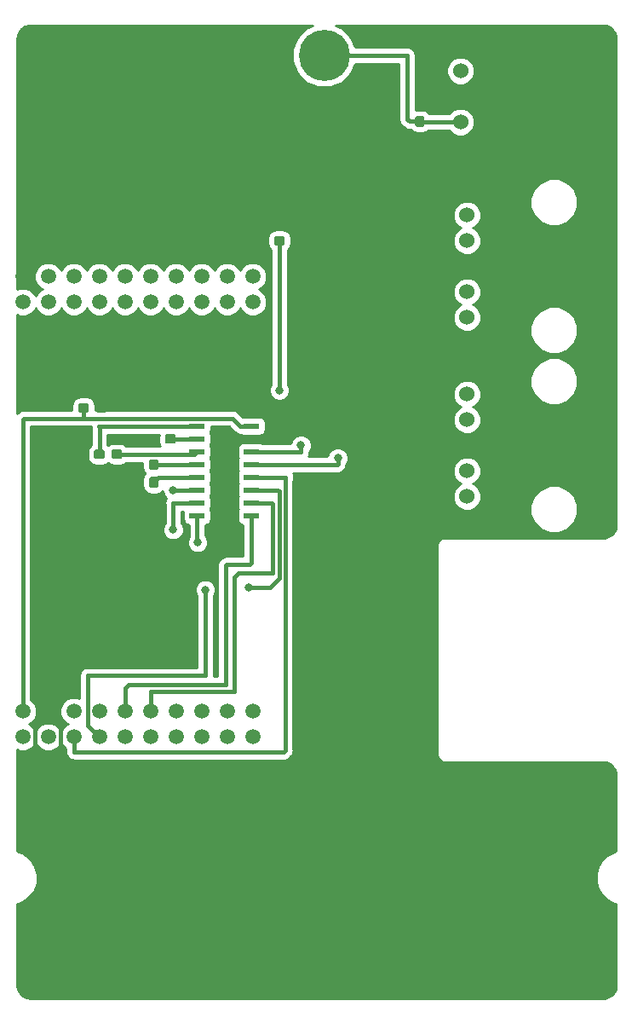
<source format=gbr>
G04 #@! TF.GenerationSoftware,KiCad,Pcbnew,(5.0.0)*
G04 #@! TF.CreationDate,2018-09-29T16:36:18-05:00*
G04 #@! TF.ProjectId,DriveBoard_Hardware,4472697665426F6172645F4861726477,rev?*
G04 #@! TF.SameCoordinates,Original*
G04 #@! TF.FileFunction,Copper,L1,Top,Signal*
G04 #@! TF.FilePolarity,Positive*
%FSLAX46Y46*%
G04 Gerber Fmt 4.6, Leading zero omitted, Abs format (unit mm)*
G04 Created by KiCad (PCBNEW (5.0.0)) date 09/29/18 16:36:18*
%MOMM*%
%LPD*%
G01*
G04 APERTURE LIST*
G04 #@! TA.AperFunction,SMDPad,CuDef*
%ADD10R,1.500000X0.600000*%
G04 #@! TD*
G04 #@! TA.AperFunction,ComponentPad*
%ADD11C,1.520000*%
G04 #@! TD*
G04 #@! TA.AperFunction,Conductor*
%ADD12C,0.100000*%
G04 #@! TD*
G04 #@! TA.AperFunction,SMDPad,CuDef*
%ADD13C,0.950000*%
G04 #@! TD*
G04 #@! TA.AperFunction,ComponentPad*
%ADD14C,5.080000*%
G04 #@! TD*
G04 #@! TA.AperFunction,ComponentPad*
%ADD15C,1.524000*%
G04 #@! TD*
G04 #@! TA.AperFunction,ViaPad*
%ADD16C,0.800000*%
G04 #@! TD*
G04 #@! TA.AperFunction,Conductor*
%ADD17C,0.250000*%
G04 #@! TD*
G04 #@! TA.AperFunction,Conductor*
%ADD18C,0.381000*%
G04 #@! TD*
G04 #@! TA.AperFunction,Conductor*
%ADD19C,0.254000*%
G04 #@! TD*
G04 APERTURE END LIST*
D10*
G04 #@! TO.P,U2,1*
G04 #@! TO.N,Net-(C4-Pad1)*
X130650000Y-89535000D03*
G04 #@! TO.P,U2,2*
G04 #@! TO.N,Net-(C1-Pad1)*
X130650000Y-90805000D03*
G04 #@! TO.P,U2,3*
G04 #@! TO.N,Net-(C4-Pad2)*
X130650000Y-92075000D03*
G04 #@! TO.P,U2,4*
G04 #@! TO.N,Net-(C5-Pad1)*
X130650000Y-93345000D03*
G04 #@! TO.P,U2,5*
G04 #@! TO.N,Net-(C5-Pad2)*
X130650000Y-94615000D03*
G04 #@! TO.P,U2,6*
G04 #@! TO.N,Net-(C2-Pad1)*
X130650000Y-95885000D03*
G04 #@! TO.P,U2,7*
G04 #@! TO.N,TX_2_SL*
X130650000Y-97155000D03*
G04 #@! TO.P,U2,8*
G04 #@! TO.N,RX_2_SL*
X130650000Y-98425000D03*
G04 #@! TO.P,U2,9*
G04 #@! TO.N,RX_2_IC*
X136050000Y-98425000D03*
G04 #@! TO.P,U2,10*
G04 #@! TO.N,TX_2_IC*
X136050000Y-97155000D03*
G04 #@! TO.P,U2,11*
G04 #@! TO.N,TX_1_IC*
X136050000Y-95885000D03*
G04 #@! TO.P,U2,12*
G04 #@! TO.N,RX_1_IC*
X136050000Y-94615000D03*
G04 #@! TO.P,U2,13*
G04 #@! TO.N,RX_1_SL*
X136050000Y-93345000D03*
G04 #@! TO.P,U2,14*
G04 #@! TO.N,TX_1_SL*
X136050000Y-92075000D03*
G04 #@! TO.P,U2,15*
G04 #@! TO.N,GND*
X136050000Y-90805000D03*
G04 #@! TO.P,U2,16*
G04 #@! TO.N,+5V*
X136050000Y-89535000D03*
G04 #@! TD*
D11*
G04 #@! TO.P,U1,PP5*
G04 #@! TO.N,Net-(U1-PadPP5)*
X118389001Y-74675001D03*
G04 #@! TO.P,U1,PM7*
G04 #@! TO.N,Net-(U1-PadPM7)*
X115849001Y-74675001D03*
G04 #@! TO.P,U1,GND*
G04 #@! TO.N,GND*
X113309001Y-74675001D03*
G04 #@! TO.P,U1,PK7*
G04 #@! TO.N,Net-(U1-PadPK7)*
X136169001Y-77215001D03*
G04 #@! TO.P,U1,PK6*
G04 #@! TO.N,Net-(U1-PadPK6)*
X133629001Y-77215001D03*
G04 #@! TO.P,U1,PH1*
G04 #@! TO.N,Net-(U1-PadPH1)*
X131089001Y-77215001D03*
G04 #@! TO.P,U1,PH0*
G04 #@! TO.N,Net-(U1-PadPH0)*
X128549001Y-77215001D03*
G04 #@! TO.P,U1,PM2*
G04 #@! TO.N,Net-(U1-PadPM2)*
X126009001Y-77215001D03*
G04 #@! TO.P,U1,PM1*
G04 #@! TO.N,Net-(U1-PadPM1)*
X123469001Y-77215001D03*
G04 #@! TO.P,U1,PM0*
G04 #@! TO.N,Net-(U1-PadPM0)*
X120929001Y-77215001D03*
G04 #@! TO.P,U1,PK5*
G04 #@! TO.N,Net-(U1-PadPK5)*
X118389001Y-77215001D03*
G04 #@! TO.P,U1,PK4*
G04 #@! TO.N,Net-(U1-PadPK4)*
X115849001Y-77215001D03*
G04 #@! TO.P,U1,PG1*
G04 #@! TO.N,Net-(U1-PadPG1)*
X113309001Y-77215001D03*
G04 #@! TO.P,U1,PN4*
G04 #@! TO.N,Net-(U1-PadPN4)*
X136169001Y-120395001D03*
G04 #@! TO.P,U1,PP4*
G04 #@! TO.N,Net-(U1-PadPP4)*
X131089001Y-120395001D03*
G04 #@! TO.P,U1,PD5*
G04 #@! TO.N,Net-(U1-PadPD5)*
X126009001Y-120395001D03*
G04 #@! TO.P,U1,PD4*
G04 #@! TO.N,Net-(U1-PadPD4)*
X123469001Y-120395001D03*
G04 #@! TO.P,U1,PP1*
G04 #@! TO.N,TX_1_IC*
X120929001Y-120395001D03*
G04 #@! TO.P,U1,PP0*
G04 #@! TO.N,RX_1_IC*
X118389001Y-120395001D03*
G04 #@! TO.P,U1,PD2*
G04 #@! TO.N,Net-(U1-PadPD2)*
X115849001Y-120395001D03*
G04 #@! TO.P,U1,PA5*
G04 #@! TO.N,Net-(U1-PadPA5)*
X136169001Y-117855001D03*
G04 #@! TO.P,U1,PK3*
G04 #@! TO.N,Net-(U1-PadPK3)*
X131089001Y-117855001D03*
G04 #@! TO.P,U1,PB5*
G04 #@! TO.N,Net-(U1-PadPB5)*
X120929001Y-117855001D03*
G04 #@! TO.P,U1,PB4*
G04 #@! TO.N,Net-(U1-PadPB4)*
X118389001Y-117855001D03*
G04 #@! TO.P,U1,GND*
G04 #@! TO.N,GND*
X115849001Y-117855001D03*
G04 #@! TO.P,U1,+5V*
G04 #@! TO.N,+5V*
X113309001Y-117855001D03*
G04 #@! TO.P,U1,PK1*
G04 #@! TO.N,TX_2_IC*
X126009001Y-117855001D03*
G04 #@! TO.P,U1,PK2*
G04 #@! TO.N,Net-(U1-PadPK2)*
X128549001Y-117855001D03*
G04 #@! TO.P,U1,PN5*
G04 #@! TO.N,Net-(U1-PadPN5)*
X133629001Y-120395001D03*
G04 #@! TO.P,U1,PA7*
G04 #@! TO.N,Net-(U1-PadPA7)*
X120929001Y-74675001D03*
G04 #@! TO.P,U1,Rese*
G04 #@! TO.N,Net-(U1-PadRese)*
X123469001Y-74675001D03*
G04 #@! TO.P,U1,PA4*
G04 #@! TO.N,Net-(U1-PadPA4)*
X133629001Y-117855001D03*
G04 #@! TO.P,U1,PQ0*
G04 #@! TO.N,Net-(U1-PadPQ0)*
X128549001Y-120395001D03*
G04 #@! TO.P,U1,PP3*
G04 #@! TO.N,Net-(U1-PadPP3)*
X131089001Y-74675001D03*
G04 #@! TO.P,U1,PQ3*
G04 #@! TO.N,Net-(U1-PadPQ3)*
X128549001Y-74675001D03*
G04 #@! TO.P,U1,PK0*
G04 #@! TO.N,RX_2_IC*
X123469001Y-117855001D03*
G04 #@! TO.P,U1,PQ2*
G04 #@! TO.N,Net-(U1-PadPQ2)*
X126009001Y-74675001D03*
G04 #@! TO.P,U1,PQ1*
G04 #@! TO.N,Net-(U1-PadPQ1)*
X133629001Y-74675001D03*
G04 #@! TO.P,U1,PM6*
G04 #@! TO.N,Net-(U1-PadPM6)*
X136169001Y-74675001D03*
G04 #@! TO.P,U1,+3V3*
G04 #@! TO.N,Net-(U1-Pad+3V3)*
X113309001Y-120395001D03*
G04 #@! TD*
D12*
G04 #@! TO.N,Net-(C1-Pad1)*
G04 #@! TO.C,C1*
G36*
X128298779Y-90331144D02*
X128321834Y-90334563D01*
X128344443Y-90340227D01*
X128366387Y-90348079D01*
X128387457Y-90358044D01*
X128407448Y-90370026D01*
X128426168Y-90383910D01*
X128443438Y-90399562D01*
X128459090Y-90416832D01*
X128472974Y-90435552D01*
X128484956Y-90455543D01*
X128494921Y-90476613D01*
X128502773Y-90498557D01*
X128508437Y-90521166D01*
X128511856Y-90544221D01*
X128513000Y-90567500D01*
X128513000Y-91042500D01*
X128511856Y-91065779D01*
X128508437Y-91088834D01*
X128502773Y-91111443D01*
X128494921Y-91133387D01*
X128484956Y-91154457D01*
X128472974Y-91174448D01*
X128459090Y-91193168D01*
X128443438Y-91210438D01*
X128426168Y-91226090D01*
X128407448Y-91239974D01*
X128387457Y-91251956D01*
X128366387Y-91261921D01*
X128344443Y-91269773D01*
X128321834Y-91275437D01*
X128298779Y-91278856D01*
X128275500Y-91280000D01*
X127700500Y-91280000D01*
X127677221Y-91278856D01*
X127654166Y-91275437D01*
X127631557Y-91269773D01*
X127609613Y-91261921D01*
X127588543Y-91251956D01*
X127568552Y-91239974D01*
X127549832Y-91226090D01*
X127532562Y-91210438D01*
X127516910Y-91193168D01*
X127503026Y-91174448D01*
X127491044Y-91154457D01*
X127481079Y-91133387D01*
X127473227Y-91111443D01*
X127467563Y-91088834D01*
X127464144Y-91065779D01*
X127463000Y-91042500D01*
X127463000Y-90567500D01*
X127464144Y-90544221D01*
X127467563Y-90521166D01*
X127473227Y-90498557D01*
X127481079Y-90476613D01*
X127491044Y-90455543D01*
X127503026Y-90435552D01*
X127516910Y-90416832D01*
X127532562Y-90399562D01*
X127549832Y-90383910D01*
X127568552Y-90370026D01*
X127588543Y-90358044D01*
X127609613Y-90348079D01*
X127631557Y-90340227D01*
X127654166Y-90334563D01*
X127677221Y-90331144D01*
X127700500Y-90330000D01*
X128275500Y-90330000D01*
X128298779Y-90331144D01*
X128298779Y-90331144D01*
G37*
D13*
G04 #@! TD*
G04 #@! TO.P,C1,1*
G04 #@! TO.N,Net-(C1-Pad1)*
X127988000Y-90805000D03*
D12*
G04 #@! TO.N,GND*
G04 #@! TO.C,C1*
G36*
X126548779Y-90331144D02*
X126571834Y-90334563D01*
X126594443Y-90340227D01*
X126616387Y-90348079D01*
X126637457Y-90358044D01*
X126657448Y-90370026D01*
X126676168Y-90383910D01*
X126693438Y-90399562D01*
X126709090Y-90416832D01*
X126722974Y-90435552D01*
X126734956Y-90455543D01*
X126744921Y-90476613D01*
X126752773Y-90498557D01*
X126758437Y-90521166D01*
X126761856Y-90544221D01*
X126763000Y-90567500D01*
X126763000Y-91042500D01*
X126761856Y-91065779D01*
X126758437Y-91088834D01*
X126752773Y-91111443D01*
X126744921Y-91133387D01*
X126734956Y-91154457D01*
X126722974Y-91174448D01*
X126709090Y-91193168D01*
X126693438Y-91210438D01*
X126676168Y-91226090D01*
X126657448Y-91239974D01*
X126637457Y-91251956D01*
X126616387Y-91261921D01*
X126594443Y-91269773D01*
X126571834Y-91275437D01*
X126548779Y-91278856D01*
X126525500Y-91280000D01*
X125950500Y-91280000D01*
X125927221Y-91278856D01*
X125904166Y-91275437D01*
X125881557Y-91269773D01*
X125859613Y-91261921D01*
X125838543Y-91251956D01*
X125818552Y-91239974D01*
X125799832Y-91226090D01*
X125782562Y-91210438D01*
X125766910Y-91193168D01*
X125753026Y-91174448D01*
X125741044Y-91154457D01*
X125731079Y-91133387D01*
X125723227Y-91111443D01*
X125717563Y-91088834D01*
X125714144Y-91065779D01*
X125713000Y-91042500D01*
X125713000Y-90567500D01*
X125714144Y-90544221D01*
X125717563Y-90521166D01*
X125723227Y-90498557D01*
X125731079Y-90476613D01*
X125741044Y-90455543D01*
X125753026Y-90435552D01*
X125766910Y-90416832D01*
X125782562Y-90399562D01*
X125799832Y-90383910D01*
X125818552Y-90370026D01*
X125838543Y-90358044D01*
X125859613Y-90348079D01*
X125881557Y-90340227D01*
X125904166Y-90334563D01*
X125927221Y-90331144D01*
X125950500Y-90330000D01*
X126525500Y-90330000D01*
X126548779Y-90331144D01*
X126548779Y-90331144D01*
G37*
D13*
G04 #@! TD*
G04 #@! TO.P,C1,2*
G04 #@! TO.N,GND*
X126238000Y-90805000D03*
D12*
G04 #@! TO.N,Net-(C2-Pad1)*
G04 #@! TO.C,C2*
G36*
X139135779Y-70646144D02*
X139158834Y-70649563D01*
X139181443Y-70655227D01*
X139203387Y-70663079D01*
X139224457Y-70673044D01*
X139244448Y-70685026D01*
X139263168Y-70698910D01*
X139280438Y-70714562D01*
X139296090Y-70731832D01*
X139309974Y-70750552D01*
X139321956Y-70770543D01*
X139331921Y-70791613D01*
X139339773Y-70813557D01*
X139345437Y-70836166D01*
X139348856Y-70859221D01*
X139350000Y-70882500D01*
X139350000Y-71357500D01*
X139348856Y-71380779D01*
X139345437Y-71403834D01*
X139339773Y-71426443D01*
X139331921Y-71448387D01*
X139321956Y-71469457D01*
X139309974Y-71489448D01*
X139296090Y-71508168D01*
X139280438Y-71525438D01*
X139263168Y-71541090D01*
X139244448Y-71554974D01*
X139224457Y-71566956D01*
X139203387Y-71576921D01*
X139181443Y-71584773D01*
X139158834Y-71590437D01*
X139135779Y-71593856D01*
X139112500Y-71595000D01*
X138537500Y-71595000D01*
X138514221Y-71593856D01*
X138491166Y-71590437D01*
X138468557Y-71584773D01*
X138446613Y-71576921D01*
X138425543Y-71566956D01*
X138405552Y-71554974D01*
X138386832Y-71541090D01*
X138369562Y-71525438D01*
X138353910Y-71508168D01*
X138340026Y-71489448D01*
X138328044Y-71469457D01*
X138318079Y-71448387D01*
X138310227Y-71426443D01*
X138304563Y-71403834D01*
X138301144Y-71380779D01*
X138300000Y-71357500D01*
X138300000Y-70882500D01*
X138301144Y-70859221D01*
X138304563Y-70836166D01*
X138310227Y-70813557D01*
X138318079Y-70791613D01*
X138328044Y-70770543D01*
X138340026Y-70750552D01*
X138353910Y-70731832D01*
X138369562Y-70714562D01*
X138386832Y-70698910D01*
X138405552Y-70685026D01*
X138425543Y-70673044D01*
X138446613Y-70663079D01*
X138468557Y-70655227D01*
X138491166Y-70649563D01*
X138514221Y-70646144D01*
X138537500Y-70645000D01*
X139112500Y-70645000D01*
X139135779Y-70646144D01*
X139135779Y-70646144D01*
G37*
D13*
G04 #@! TD*
G04 #@! TO.P,C2,1*
G04 #@! TO.N,Net-(C2-Pad1)*
X138825000Y-71120000D03*
D12*
G04 #@! TO.N,GND*
G04 #@! TO.C,C2*
G36*
X140885779Y-70646144D02*
X140908834Y-70649563D01*
X140931443Y-70655227D01*
X140953387Y-70663079D01*
X140974457Y-70673044D01*
X140994448Y-70685026D01*
X141013168Y-70698910D01*
X141030438Y-70714562D01*
X141046090Y-70731832D01*
X141059974Y-70750552D01*
X141071956Y-70770543D01*
X141081921Y-70791613D01*
X141089773Y-70813557D01*
X141095437Y-70836166D01*
X141098856Y-70859221D01*
X141100000Y-70882500D01*
X141100000Y-71357500D01*
X141098856Y-71380779D01*
X141095437Y-71403834D01*
X141089773Y-71426443D01*
X141081921Y-71448387D01*
X141071956Y-71469457D01*
X141059974Y-71489448D01*
X141046090Y-71508168D01*
X141030438Y-71525438D01*
X141013168Y-71541090D01*
X140994448Y-71554974D01*
X140974457Y-71566956D01*
X140953387Y-71576921D01*
X140931443Y-71584773D01*
X140908834Y-71590437D01*
X140885779Y-71593856D01*
X140862500Y-71595000D01*
X140287500Y-71595000D01*
X140264221Y-71593856D01*
X140241166Y-71590437D01*
X140218557Y-71584773D01*
X140196613Y-71576921D01*
X140175543Y-71566956D01*
X140155552Y-71554974D01*
X140136832Y-71541090D01*
X140119562Y-71525438D01*
X140103910Y-71508168D01*
X140090026Y-71489448D01*
X140078044Y-71469457D01*
X140068079Y-71448387D01*
X140060227Y-71426443D01*
X140054563Y-71403834D01*
X140051144Y-71380779D01*
X140050000Y-71357500D01*
X140050000Y-70882500D01*
X140051144Y-70859221D01*
X140054563Y-70836166D01*
X140060227Y-70813557D01*
X140068079Y-70791613D01*
X140078044Y-70770543D01*
X140090026Y-70750552D01*
X140103910Y-70731832D01*
X140119562Y-70714562D01*
X140136832Y-70698910D01*
X140155552Y-70685026D01*
X140175543Y-70673044D01*
X140196613Y-70663079D01*
X140218557Y-70655227D01*
X140241166Y-70649563D01*
X140264221Y-70646144D01*
X140287500Y-70645000D01*
X140862500Y-70645000D01*
X140885779Y-70646144D01*
X140885779Y-70646144D01*
G37*
D13*
G04 #@! TD*
G04 #@! TO.P,C2,2*
G04 #@! TO.N,GND*
X140575000Y-71120000D03*
D12*
G04 #@! TO.N,/+12V*
G04 #@! TO.C,C3*
G36*
X153041779Y-58757144D02*
X153064834Y-58760563D01*
X153087443Y-58766227D01*
X153109387Y-58774079D01*
X153130457Y-58784044D01*
X153150448Y-58796026D01*
X153169168Y-58809910D01*
X153186438Y-58825562D01*
X153202090Y-58842832D01*
X153215974Y-58861552D01*
X153227956Y-58881543D01*
X153237921Y-58902613D01*
X153245773Y-58924557D01*
X153251437Y-58947166D01*
X153254856Y-58970221D01*
X153256000Y-58993500D01*
X153256000Y-59568500D01*
X153254856Y-59591779D01*
X153251437Y-59614834D01*
X153245773Y-59637443D01*
X153237921Y-59659387D01*
X153227956Y-59680457D01*
X153215974Y-59700448D01*
X153202090Y-59719168D01*
X153186438Y-59736438D01*
X153169168Y-59752090D01*
X153150448Y-59765974D01*
X153130457Y-59777956D01*
X153109387Y-59787921D01*
X153087443Y-59795773D01*
X153064834Y-59801437D01*
X153041779Y-59804856D01*
X153018500Y-59806000D01*
X152543500Y-59806000D01*
X152520221Y-59804856D01*
X152497166Y-59801437D01*
X152474557Y-59795773D01*
X152452613Y-59787921D01*
X152431543Y-59777956D01*
X152411552Y-59765974D01*
X152392832Y-59752090D01*
X152375562Y-59736438D01*
X152359910Y-59719168D01*
X152346026Y-59700448D01*
X152334044Y-59680457D01*
X152324079Y-59659387D01*
X152316227Y-59637443D01*
X152310563Y-59614834D01*
X152307144Y-59591779D01*
X152306000Y-59568500D01*
X152306000Y-58993500D01*
X152307144Y-58970221D01*
X152310563Y-58947166D01*
X152316227Y-58924557D01*
X152324079Y-58902613D01*
X152334044Y-58881543D01*
X152346026Y-58861552D01*
X152359910Y-58842832D01*
X152375562Y-58825562D01*
X152392832Y-58809910D01*
X152411552Y-58796026D01*
X152431543Y-58784044D01*
X152452613Y-58774079D01*
X152474557Y-58766227D01*
X152497166Y-58760563D01*
X152520221Y-58757144D01*
X152543500Y-58756000D01*
X153018500Y-58756000D01*
X153041779Y-58757144D01*
X153041779Y-58757144D01*
G37*
D13*
G04 #@! TD*
G04 #@! TO.P,C3,1*
G04 #@! TO.N,/+12V*
X152781000Y-59281000D03*
D12*
G04 #@! TO.N,GND*
G04 #@! TO.C,C3*
G36*
X153041779Y-57007144D02*
X153064834Y-57010563D01*
X153087443Y-57016227D01*
X153109387Y-57024079D01*
X153130457Y-57034044D01*
X153150448Y-57046026D01*
X153169168Y-57059910D01*
X153186438Y-57075562D01*
X153202090Y-57092832D01*
X153215974Y-57111552D01*
X153227956Y-57131543D01*
X153237921Y-57152613D01*
X153245773Y-57174557D01*
X153251437Y-57197166D01*
X153254856Y-57220221D01*
X153256000Y-57243500D01*
X153256000Y-57818500D01*
X153254856Y-57841779D01*
X153251437Y-57864834D01*
X153245773Y-57887443D01*
X153237921Y-57909387D01*
X153227956Y-57930457D01*
X153215974Y-57950448D01*
X153202090Y-57969168D01*
X153186438Y-57986438D01*
X153169168Y-58002090D01*
X153150448Y-58015974D01*
X153130457Y-58027956D01*
X153109387Y-58037921D01*
X153087443Y-58045773D01*
X153064834Y-58051437D01*
X153041779Y-58054856D01*
X153018500Y-58056000D01*
X152543500Y-58056000D01*
X152520221Y-58054856D01*
X152497166Y-58051437D01*
X152474557Y-58045773D01*
X152452613Y-58037921D01*
X152431543Y-58027956D01*
X152411552Y-58015974D01*
X152392832Y-58002090D01*
X152375562Y-57986438D01*
X152359910Y-57969168D01*
X152346026Y-57950448D01*
X152334044Y-57930457D01*
X152324079Y-57909387D01*
X152316227Y-57887443D01*
X152310563Y-57864834D01*
X152307144Y-57841779D01*
X152306000Y-57818500D01*
X152306000Y-57243500D01*
X152307144Y-57220221D01*
X152310563Y-57197166D01*
X152316227Y-57174557D01*
X152324079Y-57152613D01*
X152334044Y-57131543D01*
X152346026Y-57111552D01*
X152359910Y-57092832D01*
X152375562Y-57075562D01*
X152392832Y-57059910D01*
X152411552Y-57046026D01*
X152431543Y-57034044D01*
X152452613Y-57024079D01*
X152474557Y-57016227D01*
X152497166Y-57010563D01*
X152520221Y-57007144D01*
X152543500Y-57006000D01*
X153018500Y-57006000D01*
X153041779Y-57007144D01*
X153041779Y-57007144D01*
G37*
D13*
G04 #@! TD*
G04 #@! TO.P,C3,2*
G04 #@! TO.N,GND*
X152781000Y-57531000D03*
D12*
G04 #@! TO.N,Net-(C4-Pad1)*
G04 #@! TO.C,C4*
G36*
X121228779Y-91855144D02*
X121251834Y-91858563D01*
X121274443Y-91864227D01*
X121296387Y-91872079D01*
X121317457Y-91882044D01*
X121337448Y-91894026D01*
X121356168Y-91907910D01*
X121373438Y-91923562D01*
X121389090Y-91940832D01*
X121402974Y-91959552D01*
X121414956Y-91979543D01*
X121424921Y-92000613D01*
X121432773Y-92022557D01*
X121438437Y-92045166D01*
X121441856Y-92068221D01*
X121443000Y-92091500D01*
X121443000Y-92566500D01*
X121441856Y-92589779D01*
X121438437Y-92612834D01*
X121432773Y-92635443D01*
X121424921Y-92657387D01*
X121414956Y-92678457D01*
X121402974Y-92698448D01*
X121389090Y-92717168D01*
X121373438Y-92734438D01*
X121356168Y-92750090D01*
X121337448Y-92763974D01*
X121317457Y-92775956D01*
X121296387Y-92785921D01*
X121274443Y-92793773D01*
X121251834Y-92799437D01*
X121228779Y-92802856D01*
X121205500Y-92804000D01*
X120630500Y-92804000D01*
X120607221Y-92802856D01*
X120584166Y-92799437D01*
X120561557Y-92793773D01*
X120539613Y-92785921D01*
X120518543Y-92775956D01*
X120498552Y-92763974D01*
X120479832Y-92750090D01*
X120462562Y-92734438D01*
X120446910Y-92717168D01*
X120433026Y-92698448D01*
X120421044Y-92678457D01*
X120411079Y-92657387D01*
X120403227Y-92635443D01*
X120397563Y-92612834D01*
X120394144Y-92589779D01*
X120393000Y-92566500D01*
X120393000Y-92091500D01*
X120394144Y-92068221D01*
X120397563Y-92045166D01*
X120403227Y-92022557D01*
X120411079Y-92000613D01*
X120421044Y-91979543D01*
X120433026Y-91959552D01*
X120446910Y-91940832D01*
X120462562Y-91923562D01*
X120479832Y-91907910D01*
X120498552Y-91894026D01*
X120518543Y-91882044D01*
X120539613Y-91872079D01*
X120561557Y-91864227D01*
X120584166Y-91858563D01*
X120607221Y-91855144D01*
X120630500Y-91854000D01*
X121205500Y-91854000D01*
X121228779Y-91855144D01*
X121228779Y-91855144D01*
G37*
D13*
G04 #@! TD*
G04 #@! TO.P,C4,1*
G04 #@! TO.N,Net-(C4-Pad1)*
X120918000Y-92329000D03*
D12*
G04 #@! TO.N,Net-(C4-Pad2)*
G04 #@! TO.C,C4*
G36*
X122978779Y-91855144D02*
X123001834Y-91858563D01*
X123024443Y-91864227D01*
X123046387Y-91872079D01*
X123067457Y-91882044D01*
X123087448Y-91894026D01*
X123106168Y-91907910D01*
X123123438Y-91923562D01*
X123139090Y-91940832D01*
X123152974Y-91959552D01*
X123164956Y-91979543D01*
X123174921Y-92000613D01*
X123182773Y-92022557D01*
X123188437Y-92045166D01*
X123191856Y-92068221D01*
X123193000Y-92091500D01*
X123193000Y-92566500D01*
X123191856Y-92589779D01*
X123188437Y-92612834D01*
X123182773Y-92635443D01*
X123174921Y-92657387D01*
X123164956Y-92678457D01*
X123152974Y-92698448D01*
X123139090Y-92717168D01*
X123123438Y-92734438D01*
X123106168Y-92750090D01*
X123087448Y-92763974D01*
X123067457Y-92775956D01*
X123046387Y-92785921D01*
X123024443Y-92793773D01*
X123001834Y-92799437D01*
X122978779Y-92802856D01*
X122955500Y-92804000D01*
X122380500Y-92804000D01*
X122357221Y-92802856D01*
X122334166Y-92799437D01*
X122311557Y-92793773D01*
X122289613Y-92785921D01*
X122268543Y-92775956D01*
X122248552Y-92763974D01*
X122229832Y-92750090D01*
X122212562Y-92734438D01*
X122196910Y-92717168D01*
X122183026Y-92698448D01*
X122171044Y-92678457D01*
X122161079Y-92657387D01*
X122153227Y-92635443D01*
X122147563Y-92612834D01*
X122144144Y-92589779D01*
X122143000Y-92566500D01*
X122143000Y-92091500D01*
X122144144Y-92068221D01*
X122147563Y-92045166D01*
X122153227Y-92022557D01*
X122161079Y-92000613D01*
X122171044Y-91979543D01*
X122183026Y-91959552D01*
X122196910Y-91940832D01*
X122212562Y-91923562D01*
X122229832Y-91907910D01*
X122248552Y-91894026D01*
X122268543Y-91882044D01*
X122289613Y-91872079D01*
X122311557Y-91864227D01*
X122334166Y-91858563D01*
X122357221Y-91855144D01*
X122380500Y-91854000D01*
X122955500Y-91854000D01*
X122978779Y-91855144D01*
X122978779Y-91855144D01*
G37*
D13*
G04 #@! TD*
G04 #@! TO.P,C4,2*
G04 #@! TO.N,Net-(C4-Pad2)*
X122668000Y-92329000D03*
D12*
G04 #@! TO.N,Net-(C5-Pad2)*
G04 #@! TO.C,C5*
G36*
X126597721Y-94590789D02*
X126620776Y-94594208D01*
X126643385Y-94599872D01*
X126665329Y-94607724D01*
X126686399Y-94617689D01*
X126706390Y-94629671D01*
X126725110Y-94643555D01*
X126742380Y-94659207D01*
X126758032Y-94676477D01*
X126771916Y-94695197D01*
X126783898Y-94715188D01*
X126793863Y-94736258D01*
X126801715Y-94758202D01*
X126807379Y-94780811D01*
X126810798Y-94803866D01*
X126811942Y-94827145D01*
X126811942Y-95402145D01*
X126810798Y-95425424D01*
X126807379Y-95448479D01*
X126801715Y-95471088D01*
X126793863Y-95493032D01*
X126783898Y-95514102D01*
X126771916Y-95534093D01*
X126758032Y-95552813D01*
X126742380Y-95570083D01*
X126725110Y-95585735D01*
X126706390Y-95599619D01*
X126686399Y-95611601D01*
X126665329Y-95621566D01*
X126643385Y-95629418D01*
X126620776Y-95635082D01*
X126597721Y-95638501D01*
X126574442Y-95639645D01*
X126099442Y-95639645D01*
X126076163Y-95638501D01*
X126053108Y-95635082D01*
X126030499Y-95629418D01*
X126008555Y-95621566D01*
X125987485Y-95611601D01*
X125967494Y-95599619D01*
X125948774Y-95585735D01*
X125931504Y-95570083D01*
X125915852Y-95552813D01*
X125901968Y-95534093D01*
X125889986Y-95514102D01*
X125880021Y-95493032D01*
X125872169Y-95471088D01*
X125866505Y-95448479D01*
X125863086Y-95425424D01*
X125861942Y-95402145D01*
X125861942Y-94827145D01*
X125863086Y-94803866D01*
X125866505Y-94780811D01*
X125872169Y-94758202D01*
X125880021Y-94736258D01*
X125889986Y-94715188D01*
X125901968Y-94695197D01*
X125915852Y-94676477D01*
X125931504Y-94659207D01*
X125948774Y-94643555D01*
X125967494Y-94629671D01*
X125987485Y-94617689D01*
X126008555Y-94607724D01*
X126030499Y-94599872D01*
X126053108Y-94594208D01*
X126076163Y-94590789D01*
X126099442Y-94589645D01*
X126574442Y-94589645D01*
X126597721Y-94590789D01*
X126597721Y-94590789D01*
G37*
D13*
G04 #@! TD*
G04 #@! TO.P,C5,2*
G04 #@! TO.N,Net-(C5-Pad2)*
X126336942Y-95114645D03*
D12*
G04 #@! TO.N,Net-(C5-Pad1)*
G04 #@! TO.C,C5*
G36*
X126597721Y-92840789D02*
X126620776Y-92844208D01*
X126643385Y-92849872D01*
X126665329Y-92857724D01*
X126686399Y-92867689D01*
X126706390Y-92879671D01*
X126725110Y-92893555D01*
X126742380Y-92909207D01*
X126758032Y-92926477D01*
X126771916Y-92945197D01*
X126783898Y-92965188D01*
X126793863Y-92986258D01*
X126801715Y-93008202D01*
X126807379Y-93030811D01*
X126810798Y-93053866D01*
X126811942Y-93077145D01*
X126811942Y-93652145D01*
X126810798Y-93675424D01*
X126807379Y-93698479D01*
X126801715Y-93721088D01*
X126793863Y-93743032D01*
X126783898Y-93764102D01*
X126771916Y-93784093D01*
X126758032Y-93802813D01*
X126742380Y-93820083D01*
X126725110Y-93835735D01*
X126706390Y-93849619D01*
X126686399Y-93861601D01*
X126665329Y-93871566D01*
X126643385Y-93879418D01*
X126620776Y-93885082D01*
X126597721Y-93888501D01*
X126574442Y-93889645D01*
X126099442Y-93889645D01*
X126076163Y-93888501D01*
X126053108Y-93885082D01*
X126030499Y-93879418D01*
X126008555Y-93871566D01*
X125987485Y-93861601D01*
X125967494Y-93849619D01*
X125948774Y-93835735D01*
X125931504Y-93820083D01*
X125915852Y-93802813D01*
X125901968Y-93784093D01*
X125889986Y-93764102D01*
X125880021Y-93743032D01*
X125872169Y-93721088D01*
X125866505Y-93698479D01*
X125863086Y-93675424D01*
X125861942Y-93652145D01*
X125861942Y-93077145D01*
X125863086Y-93053866D01*
X125866505Y-93030811D01*
X125872169Y-93008202D01*
X125880021Y-92986258D01*
X125889986Y-92965188D01*
X125901968Y-92945197D01*
X125915852Y-92926477D01*
X125931504Y-92909207D01*
X125948774Y-92893555D01*
X125967494Y-92879671D01*
X125987485Y-92867689D01*
X126008555Y-92857724D01*
X126030499Y-92849872D01*
X126053108Y-92844208D01*
X126076163Y-92840789D01*
X126099442Y-92839645D01*
X126574442Y-92839645D01*
X126597721Y-92840789D01*
X126597721Y-92840789D01*
G37*
D13*
G04 #@! TD*
G04 #@! TO.P,C5,1*
G04 #@! TO.N,Net-(C5-Pad1)*
X126336942Y-93364645D03*
D12*
G04 #@! TO.N,GND*
G04 #@! TO.C,C6*
G36*
X121429379Y-87257744D02*
X121452434Y-87261163D01*
X121475043Y-87266827D01*
X121496987Y-87274679D01*
X121518057Y-87284644D01*
X121538048Y-87296626D01*
X121556768Y-87310510D01*
X121574038Y-87326162D01*
X121589690Y-87343432D01*
X121603574Y-87362152D01*
X121615556Y-87382143D01*
X121625521Y-87403213D01*
X121633373Y-87425157D01*
X121639037Y-87447766D01*
X121642456Y-87470821D01*
X121643600Y-87494100D01*
X121643600Y-87969100D01*
X121642456Y-87992379D01*
X121639037Y-88015434D01*
X121633373Y-88038043D01*
X121625521Y-88059987D01*
X121615556Y-88081057D01*
X121603574Y-88101048D01*
X121589690Y-88119768D01*
X121574038Y-88137038D01*
X121556768Y-88152690D01*
X121538048Y-88166574D01*
X121518057Y-88178556D01*
X121496987Y-88188521D01*
X121475043Y-88196373D01*
X121452434Y-88202037D01*
X121429379Y-88205456D01*
X121406100Y-88206600D01*
X120831100Y-88206600D01*
X120807821Y-88205456D01*
X120784766Y-88202037D01*
X120762157Y-88196373D01*
X120740213Y-88188521D01*
X120719143Y-88178556D01*
X120699152Y-88166574D01*
X120680432Y-88152690D01*
X120663162Y-88137038D01*
X120647510Y-88119768D01*
X120633626Y-88101048D01*
X120621644Y-88081057D01*
X120611679Y-88059987D01*
X120603827Y-88038043D01*
X120598163Y-88015434D01*
X120594744Y-87992379D01*
X120593600Y-87969100D01*
X120593600Y-87494100D01*
X120594744Y-87470821D01*
X120598163Y-87447766D01*
X120603827Y-87425157D01*
X120611679Y-87403213D01*
X120621644Y-87382143D01*
X120633626Y-87362152D01*
X120647510Y-87343432D01*
X120663162Y-87326162D01*
X120680432Y-87310510D01*
X120699152Y-87296626D01*
X120719143Y-87284644D01*
X120740213Y-87274679D01*
X120762157Y-87266827D01*
X120784766Y-87261163D01*
X120807821Y-87257744D01*
X120831100Y-87256600D01*
X121406100Y-87256600D01*
X121429379Y-87257744D01*
X121429379Y-87257744D01*
G37*
D13*
G04 #@! TD*
G04 #@! TO.P,C6,2*
G04 #@! TO.N,GND*
X121118600Y-87731600D03*
D12*
G04 #@! TO.N,+5V*
G04 #@! TO.C,C6*
G36*
X119679379Y-87257744D02*
X119702434Y-87261163D01*
X119725043Y-87266827D01*
X119746987Y-87274679D01*
X119768057Y-87284644D01*
X119788048Y-87296626D01*
X119806768Y-87310510D01*
X119824038Y-87326162D01*
X119839690Y-87343432D01*
X119853574Y-87362152D01*
X119865556Y-87382143D01*
X119875521Y-87403213D01*
X119883373Y-87425157D01*
X119889037Y-87447766D01*
X119892456Y-87470821D01*
X119893600Y-87494100D01*
X119893600Y-87969100D01*
X119892456Y-87992379D01*
X119889037Y-88015434D01*
X119883373Y-88038043D01*
X119875521Y-88059987D01*
X119865556Y-88081057D01*
X119853574Y-88101048D01*
X119839690Y-88119768D01*
X119824038Y-88137038D01*
X119806768Y-88152690D01*
X119788048Y-88166574D01*
X119768057Y-88178556D01*
X119746987Y-88188521D01*
X119725043Y-88196373D01*
X119702434Y-88202037D01*
X119679379Y-88205456D01*
X119656100Y-88206600D01*
X119081100Y-88206600D01*
X119057821Y-88205456D01*
X119034766Y-88202037D01*
X119012157Y-88196373D01*
X118990213Y-88188521D01*
X118969143Y-88178556D01*
X118949152Y-88166574D01*
X118930432Y-88152690D01*
X118913162Y-88137038D01*
X118897510Y-88119768D01*
X118883626Y-88101048D01*
X118871644Y-88081057D01*
X118861679Y-88059987D01*
X118853827Y-88038043D01*
X118848163Y-88015434D01*
X118844744Y-87992379D01*
X118843600Y-87969100D01*
X118843600Y-87494100D01*
X118844744Y-87470821D01*
X118848163Y-87447766D01*
X118853827Y-87425157D01*
X118861679Y-87403213D01*
X118871644Y-87382143D01*
X118883626Y-87362152D01*
X118897510Y-87343432D01*
X118913162Y-87326162D01*
X118930432Y-87310510D01*
X118949152Y-87296626D01*
X118969143Y-87284644D01*
X118990213Y-87274679D01*
X119012157Y-87266827D01*
X119034766Y-87261163D01*
X119057821Y-87257744D01*
X119081100Y-87256600D01*
X119656100Y-87256600D01*
X119679379Y-87257744D01*
X119679379Y-87257744D01*
G37*
D13*
G04 #@! TD*
G04 #@! TO.P,C6,1*
G04 #@! TO.N,+5V*
X119368600Y-87731600D03*
D14*
G04 #@! TO.P,Conn1,1*
G04 #@! TO.N,GND*
X143281400Y-60707000D03*
G04 #@! TO.P,Conn1,2*
G04 #@! TO.N,/+12V*
X143281400Y-52706000D03*
G04 #@! TD*
D15*
G04 #@! TO.P,Conn2,1*
G04 #@! TO.N,Net-(Conn2-Pad1)*
X157480000Y-68580000D03*
G04 #@! TO.P,Conn2,2*
G04 #@! TO.N,Net-(Conn2-Pad2)*
X157480000Y-71120000D03*
G04 #@! TO.P,Conn2,3*
G04 #@! TO.N,GND*
X157480000Y-73660000D03*
G04 #@! TO.P,Conn2,4*
G04 #@! TO.N,TX_1_SL*
X157480000Y-76200000D03*
G04 #@! TO.P,Conn2,5*
G04 #@! TO.N,RX_1_SL*
X157480000Y-78740000D03*
G04 #@! TD*
G04 #@! TO.P,Conn3,5*
G04 #@! TO.N,RX_2_SL*
X157480000Y-96520000D03*
G04 #@! TO.P,Conn3,4*
G04 #@! TO.N,TX_2_SL*
X157480000Y-93980000D03*
G04 #@! TO.P,Conn3,3*
G04 #@! TO.N,GND*
X157480000Y-91440000D03*
G04 #@! TO.P,Conn3,2*
G04 #@! TO.N,Net-(Conn3-Pad2)*
X157480000Y-88900000D03*
G04 #@! TO.P,Conn3,1*
G04 #@! TO.N,Net-(Conn3-Pad1)*
X157480000Y-86360000D03*
G04 #@! TD*
G04 #@! TO.P,U3,1*
G04 #@! TO.N,/+12V*
X156819600Y-59334400D03*
G04 #@! TO.P,U3,2*
G04 #@! TO.N,GND*
X156819600Y-56794400D03*
G04 #@! TO.P,U3,3*
G04 #@! TO.N,+5V*
X156819600Y-54254400D03*
G04 #@! TD*
D16*
G04 #@! TO.N,GND*
X124079000Y-90805000D03*
X123799600Y-87731600D03*
G04 #@! TO.N,Net-(C2-Pad1)*
X128270000Y-95885000D03*
X138825000Y-85965000D03*
G04 #@! TO.N,TX_1_SL*
X140970000Y-91440000D03*
G04 #@! TO.N,RX_1_SL*
X144627600Y-92710000D03*
G04 #@! TO.N,RX_2_SL*
X130683000Y-101092000D03*
G04 #@! TO.N,TX_2_SL*
X128270000Y-99822000D03*
G04 #@! TO.N,TX_1_IC*
X135763000Y-105537000D03*
X131445000Y-105791000D03*
G04 #@! TD*
D17*
G04 #@! TO.N,GND*
X121310001Y-87923001D02*
X121118600Y-87731600D01*
D18*
X126238000Y-90805000D02*
X124079000Y-90805000D01*
X121118600Y-87731600D02*
X123799600Y-87731600D01*
X124079000Y-90805000D02*
X124079000Y-90805000D01*
X123799600Y-87731600D02*
X123799600Y-87731600D01*
X115849001Y-117855001D02*
X114554000Y-119150002D01*
X114554000Y-119150002D02*
X114554000Y-120269000D01*
X114554000Y-120269000D02*
X114554000Y-121920000D01*
X116609000Y-118615000D02*
X116609000Y-118641000D01*
X115849001Y-117855001D02*
X116609000Y-118615000D01*
X116609000Y-118641000D02*
X117094000Y-119126000D01*
X117094000Y-119126000D02*
X117094000Y-122428000D01*
G04 #@! TO.N,Net-(C1-Pad1)*
X130650000Y-90805000D02*
X127988000Y-90805000D01*
D17*
G04 #@! TO.N,Net-(C2-Pad1)*
X128905000Y-95885000D02*
X128905000Y-95885000D01*
X138825000Y-85965000D02*
X138825000Y-85965000D01*
D18*
X138825000Y-85399315D02*
X138825000Y-71120000D01*
X138825000Y-85965000D02*
X138825000Y-85399315D01*
X130650000Y-95885000D02*
X128270000Y-95885000D01*
G04 #@! TO.N,/+12V*
X152834400Y-59334400D02*
X152781000Y-59281000D01*
X156819600Y-59334400D02*
X152834400Y-59334400D01*
X143281400Y-52706000D02*
X151510000Y-52706000D01*
X151510000Y-52706000D02*
X151510000Y-59054000D01*
X151737000Y-59281000D02*
X151510000Y-59054000D01*
X152781000Y-59281000D02*
X151737000Y-59281000D01*
D17*
G04 #@! TO.N,Net-(C4-Pad2)*
X130650000Y-92075000D02*
X130200000Y-92075000D01*
D18*
X130396000Y-92329000D02*
X130650000Y-92075000D01*
X124615000Y-92329000D02*
X130396000Y-92329000D01*
X124615000Y-92329000D02*
X122668000Y-92329000D01*
D17*
G04 #@! TO.N,Net-(C4-Pad1)*
X130200000Y-89535000D02*
X130650000Y-89535000D01*
X130034990Y-89369990D02*
X130200000Y-89535000D01*
X130650000Y-89535000D02*
X124968000Y-89535000D01*
D18*
X130650000Y-89535000D02*
X120904000Y-89535000D01*
X120918000Y-89549000D02*
X120918000Y-92329000D01*
X120904000Y-89535000D02*
X120918000Y-89549000D01*
D17*
G04 #@! TO.N,Net-(C5-Pad1)*
X130200000Y-93345000D02*
X130034990Y-93179990D01*
X130650000Y-93345000D02*
X130200000Y-93345000D01*
D18*
X130630355Y-93364645D02*
X130650000Y-93345000D01*
X126336942Y-93364645D02*
X130630355Y-93364645D01*
G04 #@! TO.N,Net-(C5-Pad2)*
X126836587Y-94615000D02*
X126336942Y-95114645D01*
X130650000Y-94615000D02*
X126836587Y-94615000D01*
D17*
G04 #@! TO.N,+5V*
X119380000Y-88773000D02*
X113411000Y-88773000D01*
X113411000Y-88773000D02*
X113309001Y-88874999D01*
D18*
X119368600Y-88761600D02*
X119380000Y-88773000D01*
X119368600Y-88761600D02*
X113422400Y-88761600D01*
X113309001Y-88874999D02*
X113309001Y-117855001D01*
X113422400Y-88761600D02*
X113309001Y-88874999D01*
X119368600Y-88761600D02*
X119368600Y-87731600D01*
X134919000Y-89535000D02*
X136050000Y-89535000D01*
X134145600Y-88761600D02*
X134919000Y-89535000D01*
X119368600Y-88761600D02*
X134145600Y-88761600D01*
D17*
G04 #@! TO.N,TX_1_SL*
X140970000Y-91440000D02*
X140970000Y-91440000D01*
X140970000Y-91440000D02*
X140970000Y-91440000D01*
D18*
X136050000Y-92075000D02*
X140970000Y-92075000D01*
X140970000Y-92075000D02*
X140970000Y-91440000D01*
D17*
G04 #@! TO.N,RX_1_SL*
X144627600Y-92710000D02*
X144627600Y-92710000D01*
D18*
X144627600Y-93275685D02*
X144627600Y-92710000D01*
X144558285Y-93345000D02*
X144627600Y-93275685D01*
X136050000Y-93345000D02*
X144558285Y-93345000D01*
D17*
G04 #@! TO.N,RX_2_SL*
X130650000Y-98425000D02*
X130200000Y-98425000D01*
X130683000Y-101092000D02*
X130683000Y-101092000D01*
D18*
X130650000Y-101059000D02*
X130683000Y-101092000D01*
X130650000Y-98425000D02*
X130650000Y-101059000D01*
D17*
G04 #@! TO.N,TX_2_SL*
X130650000Y-97155000D02*
X130200000Y-97155000D01*
X128270000Y-99822000D02*
X128270000Y-99822000D01*
D18*
X130650000Y-97155000D02*
X128270000Y-97155000D01*
X128270000Y-97155000D02*
X128270000Y-99822000D01*
D17*
G04 #@! TO.N,RX_2_IC*
X135600000Y-98425000D02*
X136050000Y-98425000D01*
D18*
X123469001Y-117855001D02*
X123469001Y-115519599D01*
X123469001Y-115519599D02*
X123545600Y-115443000D01*
X123799600Y-115189000D02*
X123469001Y-115519599D01*
X133477000Y-115189000D02*
X123799600Y-115189000D01*
X133477000Y-103378000D02*
X133477000Y-115189000D01*
X136050000Y-99106000D02*
X136017000Y-99139000D01*
X136050000Y-98425000D02*
X136050000Y-99106000D01*
X136017000Y-99139000D02*
X136017000Y-103124000D01*
X136017000Y-103124000D02*
X135890000Y-103251000D01*
X135890000Y-103251000D02*
X133604000Y-103251000D01*
X133604000Y-103251000D02*
X133477000Y-103378000D01*
G04 #@! TO.N,TX_2_IC*
X138049000Y-97155000D02*
X136050000Y-97155000D01*
X138176000Y-97282000D02*
X138049000Y-97155000D01*
X126009001Y-117855001D02*
X126009001Y-115951399D01*
X134720820Y-104140000D02*
X138176000Y-104140000D01*
X126009001Y-115951399D02*
X126034800Y-115925600D01*
X126034800Y-115925600D02*
X134289800Y-115925600D01*
X134289800Y-115925600D02*
X134340600Y-115874800D01*
X134340600Y-115874800D02*
X134340600Y-104520220D01*
X138176000Y-104140000D02*
X138176000Y-97282000D01*
X134340600Y-104520220D02*
X134720820Y-104140000D01*
G04 #@! TO.N,RX_1_IC*
X137972800Y-94615000D02*
X136050000Y-94615000D01*
D17*
X138025019Y-94667219D02*
X137972800Y-94615000D01*
D18*
X118389001Y-121836801D02*
X118389001Y-120395001D01*
X139446000Y-94615000D02*
X139392010Y-94668990D01*
X136050000Y-94615000D02*
X139446000Y-94615000D01*
X139392010Y-94668990D02*
X139392010Y-121719990D01*
X139392010Y-121719990D02*
X139233400Y-121878600D01*
X139233400Y-121878600D02*
X118430800Y-121878600D01*
X118430800Y-121878600D02*
X118389001Y-121836801D01*
G04 #@! TO.N,TX_1_IC*
X136050000Y-95885000D02*
X138684000Y-95885000D01*
X138684000Y-95885000D02*
X138811000Y-96012000D01*
X138811000Y-96012000D02*
X138811000Y-104648000D01*
X138811000Y-104648000D02*
X138737990Y-104721010D01*
X138811000Y-104648000D02*
X137922000Y-105537000D01*
X137922000Y-105537000D02*
X135763000Y-105537000D01*
X135763000Y-105537000D02*
X135763000Y-105537000D01*
X119778500Y-119244500D02*
X119778500Y-114317500D01*
X120929001Y-120395001D02*
X119778500Y-119244500D01*
X119778500Y-114317500D02*
X119796000Y-114300000D01*
X119796000Y-114300000D02*
X131445000Y-114300000D01*
X131445000Y-114300000D02*
X131445000Y-105791000D01*
X131445000Y-105791000D02*
X131445000Y-105791000D01*
G04 #@! TD*
D19*
G04 #@! TO.N,GND*
G36*
X141482907Y-50014365D02*
X140589765Y-50907507D01*
X140106400Y-52074453D01*
X140106400Y-53337547D01*
X140589765Y-54504493D01*
X141482907Y-55397635D01*
X142649853Y-55881000D01*
X143912947Y-55881000D01*
X145079893Y-55397635D01*
X145973035Y-54504493D01*
X146376062Y-53531500D01*
X150684500Y-53531500D01*
X150684501Y-58972694D01*
X150668328Y-59054000D01*
X150732397Y-59376094D01*
X150914849Y-59649152D01*
X150983774Y-59695206D01*
X151095792Y-59807225D01*
X151141848Y-59876152D01*
X151414906Y-60058604D01*
X151655697Y-60106500D01*
X151655702Y-60106500D01*
X151736999Y-60122671D01*
X151818297Y-60106500D01*
X151859122Y-60106500D01*
X151917753Y-60194247D01*
X152204848Y-60386078D01*
X152543500Y-60453440D01*
X153018500Y-60453440D01*
X153357152Y-60386078D01*
X153644247Y-60194247D01*
X153667197Y-60159900D01*
X155669443Y-60159900D01*
X156028263Y-60518720D01*
X156541719Y-60731400D01*
X157097481Y-60731400D01*
X157610937Y-60518720D01*
X158003920Y-60125737D01*
X158216600Y-59612281D01*
X158216600Y-59056519D01*
X158003920Y-58543063D01*
X157610937Y-58150080D01*
X157097481Y-57937400D01*
X156541719Y-57937400D01*
X156028263Y-58150080D01*
X155669443Y-58508900D01*
X153738559Y-58508900D01*
X153644247Y-58367753D01*
X153357152Y-58175922D01*
X153018500Y-58108560D01*
X152543500Y-58108560D01*
X152335500Y-58149934D01*
X152335500Y-53976519D01*
X155422600Y-53976519D01*
X155422600Y-54532281D01*
X155635280Y-55045737D01*
X156028263Y-55438720D01*
X156541719Y-55651400D01*
X157097481Y-55651400D01*
X157610937Y-55438720D01*
X158003920Y-55045737D01*
X158216600Y-54532281D01*
X158216600Y-53976519D01*
X158003920Y-53463063D01*
X157610937Y-53070080D01*
X157097481Y-52857400D01*
X156541719Y-52857400D01*
X156028263Y-53070080D01*
X155635280Y-53463063D01*
X155422600Y-53976519D01*
X152335500Y-53976519D01*
X152335500Y-52787303D01*
X152351672Y-52706000D01*
X152287604Y-52383906D01*
X152105152Y-52110848D01*
X151832094Y-51928396D01*
X151591303Y-51880500D01*
X151591302Y-51880500D01*
X151510000Y-51864328D01*
X151428697Y-51880500D01*
X146376062Y-51880500D01*
X145973035Y-50907507D01*
X145079893Y-50014365D01*
X144398204Y-49732000D01*
X170916819Y-49732000D01*
X171336409Y-49792090D01*
X171675752Y-49946381D01*
X171958152Y-50189712D01*
X172160906Y-50502523D01*
X172274748Y-50883184D01*
X172289400Y-51080350D01*
X172289401Y-99263412D01*
X172229310Y-99683009D01*
X172075019Y-100022352D01*
X171831688Y-100304752D01*
X171518879Y-100507506D01*
X171138215Y-100621348D01*
X170941049Y-100636000D01*
X155289326Y-100636000D01*
X155219400Y-100622091D01*
X155149475Y-100636000D01*
X155149474Y-100636000D01*
X154942372Y-100677195D01*
X154707519Y-100834119D01*
X154550595Y-101068972D01*
X154495491Y-101346000D01*
X154509401Y-101415931D01*
X154509400Y-122104074D01*
X154495491Y-122174000D01*
X154550595Y-122451028D01*
X154707519Y-122685881D01*
X154942372Y-122842805D01*
X155101971Y-122874551D01*
X155219400Y-122897909D01*
X155289325Y-122884000D01*
X170916819Y-122884000D01*
X171336409Y-122944090D01*
X171675752Y-123098381D01*
X171958152Y-123341712D01*
X172160906Y-123654523D01*
X172274748Y-124035184D01*
X172289401Y-124232363D01*
X172289400Y-131723281D01*
X172203891Y-131749423D01*
X172111433Y-131776460D01*
X172103559Y-131780098D01*
X171582044Y-132024948D01*
X171501475Y-132077872D01*
X171420327Y-132129768D01*
X171413790Y-132135470D01*
X170981958Y-132516851D01*
X170919496Y-132590244D01*
X170856160Y-132662847D01*
X170851487Y-132670154D01*
X170544054Y-133157407D01*
X170504698Y-133245387D01*
X170464289Y-133332840D01*
X170461857Y-133341160D01*
X170461854Y-133341166D01*
X170461853Y-133341173D01*
X170303534Y-133895118D01*
X170290456Y-133990586D01*
X170276213Y-134085890D01*
X170276213Y-134094564D01*
X170279733Y-134670687D01*
X170293988Y-134766068D01*
X170307054Y-134861455D01*
X170309488Y-134869781D01*
X170474564Y-135421758D01*
X170514991Y-135509250D01*
X170554330Y-135597194D01*
X170559003Y-135604501D01*
X170872366Y-136087961D01*
X170935728Y-136160594D01*
X170998163Y-136233955D01*
X171004696Y-136239654D01*
X171004700Y-136239658D01*
X171004705Y-136239661D01*
X171441159Y-136615734D01*
X171522342Y-136667653D01*
X171602875Y-136720554D01*
X171610746Y-136724190D01*
X171610749Y-136724192D01*
X171610752Y-136724193D01*
X172135217Y-136962653D01*
X172227709Y-136989700D01*
X172289400Y-137008561D01*
X172289401Y-144983412D01*
X172229310Y-145403009D01*
X172075019Y-145742352D01*
X171831688Y-146024752D01*
X171518879Y-146227506D01*
X171138215Y-146341348D01*
X170941049Y-146356000D01*
X114121981Y-146356000D01*
X113702391Y-146295910D01*
X113363048Y-146141619D01*
X113080648Y-145898288D01*
X112877894Y-145585479D01*
X112764052Y-145204815D01*
X112749400Y-145007649D01*
X112749400Y-137008719D01*
X112834909Y-136982577D01*
X112927367Y-136955540D01*
X112935241Y-136951902D01*
X113456756Y-136707052D01*
X113537325Y-136654128D01*
X113618473Y-136602232D01*
X113625010Y-136596530D01*
X114056842Y-136215149D01*
X114119287Y-136141776D01*
X114182640Y-136069153D01*
X114187313Y-136061846D01*
X114494746Y-135574593D01*
X114534087Y-135486645D01*
X114574511Y-135399160D01*
X114576945Y-135390835D01*
X114735266Y-134836882D01*
X114748343Y-134741421D01*
X114762587Y-134646111D01*
X114762587Y-134637436D01*
X114759067Y-134061313D01*
X114744814Y-133965943D01*
X114731746Y-133870544D01*
X114729312Y-133862219D01*
X114564236Y-133310241D01*
X114523818Y-133222769D01*
X114484471Y-133134806D01*
X114479797Y-133127499D01*
X114166434Y-132644040D01*
X114103107Y-132571447D01*
X114040637Y-132498045D01*
X114034100Y-132492343D01*
X113597641Y-132116266D01*
X113516458Y-132064347D01*
X113435925Y-132011446D01*
X113428054Y-132007810D01*
X113428051Y-132007808D01*
X113428048Y-132007807D01*
X112903583Y-131769347D01*
X112811091Y-131742300D01*
X112749400Y-131723439D01*
X112749400Y-121673144D01*
X113031518Y-121790001D01*
X113586484Y-121790001D01*
X114099205Y-121577625D01*
X114491625Y-121185205D01*
X114579001Y-120974261D01*
X114666377Y-121185205D01*
X115058797Y-121577625D01*
X115571518Y-121790001D01*
X116126484Y-121790001D01*
X116639205Y-121577625D01*
X117031625Y-121185205D01*
X117119001Y-120974261D01*
X117206377Y-121185205D01*
X117563501Y-121542329D01*
X117563501Y-121755499D01*
X117547329Y-121836801D01*
X117563501Y-121918102D01*
X117563501Y-121918103D01*
X117611397Y-122158894D01*
X117793849Y-122431953D01*
X117818906Y-122448695D01*
X117835648Y-122473752D01*
X118108706Y-122656204D01*
X118274811Y-122689244D01*
X118430800Y-122720272D01*
X118512103Y-122704100D01*
X139152099Y-122704100D01*
X139233400Y-122720272D01*
X139314701Y-122704100D01*
X139314703Y-122704100D01*
X139555494Y-122656204D01*
X139828552Y-122473752D01*
X139874608Y-122404824D01*
X139918235Y-122361198D01*
X139987162Y-122315142D01*
X140169614Y-122042084D01*
X140217510Y-121801293D01*
X140217510Y-121801288D01*
X140233681Y-121719991D01*
X140217510Y-121638693D01*
X140217510Y-94946214D01*
X140223604Y-94937094D01*
X140287672Y-94615000D01*
X140223604Y-94292906D01*
X140141815Y-94170500D01*
X144476984Y-94170500D01*
X144558285Y-94186672D01*
X144639586Y-94170500D01*
X144639588Y-94170500D01*
X144880379Y-94122604D01*
X145153437Y-93940152D01*
X145181201Y-93898601D01*
X145222752Y-93870837D01*
X145335486Y-93702119D01*
X156083000Y-93702119D01*
X156083000Y-94257881D01*
X156295680Y-94771337D01*
X156688663Y-95164320D01*
X156895513Y-95250000D01*
X156688663Y-95335680D01*
X156295680Y-95728663D01*
X156083000Y-96242119D01*
X156083000Y-96797881D01*
X156295680Y-97311337D01*
X156688663Y-97704320D01*
X157202119Y-97917000D01*
X157757881Y-97917000D01*
X158271337Y-97704320D01*
X158655090Y-97320567D01*
X163756000Y-97320567D01*
X163756000Y-98259433D01*
X164115289Y-99126833D01*
X164779167Y-99790711D01*
X165646567Y-100150000D01*
X166585433Y-100150000D01*
X167452833Y-99790711D01*
X168116711Y-99126833D01*
X168476000Y-98259433D01*
X168476000Y-97320567D01*
X168116711Y-96453167D01*
X167452833Y-95789289D01*
X166585433Y-95430000D01*
X165646567Y-95430000D01*
X164779167Y-95789289D01*
X164115289Y-96453167D01*
X163756000Y-97320567D01*
X158655090Y-97320567D01*
X158664320Y-97311337D01*
X158877000Y-96797881D01*
X158877000Y-96242119D01*
X158664320Y-95728663D01*
X158271337Y-95335680D01*
X158064487Y-95250000D01*
X158271337Y-95164320D01*
X158664320Y-94771337D01*
X158877000Y-94257881D01*
X158877000Y-93702119D01*
X158664320Y-93188663D01*
X158271337Y-92795680D01*
X157757881Y-92583000D01*
X157202119Y-92583000D01*
X156688663Y-92795680D01*
X156295680Y-93188663D01*
X156083000Y-93702119D01*
X145335486Y-93702119D01*
X145405204Y-93597779D01*
X145453100Y-93356988D01*
X145453100Y-93356983D01*
X145455278Y-93346033D01*
X145505031Y-93296280D01*
X145662600Y-92915874D01*
X145662600Y-92504126D01*
X145505031Y-92123720D01*
X145213880Y-91832569D01*
X144833474Y-91675000D01*
X144421726Y-91675000D01*
X144041320Y-91832569D01*
X143750169Y-92123720D01*
X143592600Y-92504126D01*
X143592600Y-92519500D01*
X141665815Y-92519500D01*
X141747604Y-92397094D01*
X141811672Y-92075000D01*
X141809522Y-92064189D01*
X141847431Y-92026280D01*
X142005000Y-91645874D01*
X142005000Y-91234126D01*
X141847431Y-90853720D01*
X141556280Y-90562569D01*
X141175874Y-90405000D01*
X140764126Y-90405000D01*
X140383720Y-90562569D01*
X140092569Y-90853720D01*
X139935000Y-91234126D01*
X139935000Y-91249500D01*
X137156503Y-91249500D01*
X137047765Y-91176843D01*
X136800000Y-91127560D01*
X135300000Y-91127560D01*
X135052235Y-91176843D01*
X134842191Y-91317191D01*
X134701843Y-91527235D01*
X134652560Y-91775000D01*
X134652560Y-92375000D01*
X134701843Y-92622765D01*
X134760132Y-92710000D01*
X134701843Y-92797235D01*
X134652560Y-93045000D01*
X134652560Y-93645000D01*
X134701843Y-93892765D01*
X134760132Y-93980000D01*
X134701843Y-94067235D01*
X134652560Y-94315000D01*
X134652560Y-94915000D01*
X134701843Y-95162765D01*
X134760132Y-95250000D01*
X134701843Y-95337235D01*
X134652560Y-95585000D01*
X134652560Y-96185000D01*
X134701843Y-96432765D01*
X134760132Y-96520000D01*
X134701843Y-96607235D01*
X134652560Y-96855000D01*
X134652560Y-97455000D01*
X134701843Y-97702765D01*
X134760132Y-97790000D01*
X134701843Y-97877235D01*
X134652560Y-98125000D01*
X134652560Y-98725000D01*
X134701843Y-98972765D01*
X134842191Y-99182809D01*
X135052235Y-99323157D01*
X135191500Y-99350858D01*
X135191501Y-102425500D01*
X133685297Y-102425500D01*
X133603999Y-102409329D01*
X133522702Y-102425500D01*
X133522697Y-102425500D01*
X133281906Y-102473396D01*
X133008848Y-102655848D01*
X132962791Y-102724777D01*
X132950777Y-102736791D01*
X132881848Y-102782848D01*
X132699396Y-103055907D01*
X132660590Y-103251000D01*
X132635328Y-103378000D01*
X132651500Y-103459302D01*
X132651501Y-114363500D01*
X132274041Y-114363500D01*
X132286672Y-114300000D01*
X132270500Y-114218697D01*
X132270500Y-106429211D01*
X132322431Y-106377280D01*
X132480000Y-105996874D01*
X132480000Y-105585126D01*
X132322431Y-105204720D01*
X132031280Y-104913569D01*
X131650874Y-104756000D01*
X131239126Y-104756000D01*
X130858720Y-104913569D01*
X130567569Y-105204720D01*
X130410000Y-105585126D01*
X130410000Y-105996874D01*
X130567569Y-106377280D01*
X130619501Y-106429212D01*
X130619500Y-113474500D01*
X119877303Y-113474500D01*
X119796000Y-113458328D01*
X119714697Y-113474500D01*
X119473906Y-113522396D01*
X119200848Y-113704848D01*
X119193838Y-113715340D01*
X119183349Y-113722348D01*
X119137294Y-113791274D01*
X119000897Y-113995406D01*
X118936828Y-114317500D01*
X118953001Y-114398806D01*
X118953001Y-116578680D01*
X118666484Y-116460001D01*
X118111518Y-116460001D01*
X117598797Y-116672377D01*
X117206377Y-117064797D01*
X116994001Y-117577518D01*
X116994001Y-118132484D01*
X117206377Y-118645205D01*
X117598797Y-119037625D01*
X117809741Y-119125001D01*
X117598797Y-119212377D01*
X117206377Y-119604797D01*
X117119001Y-119815741D01*
X117031625Y-119604797D01*
X116639205Y-119212377D01*
X116126484Y-119000001D01*
X115571518Y-119000001D01*
X115058797Y-119212377D01*
X114666377Y-119604797D01*
X114579001Y-119815741D01*
X114491625Y-119604797D01*
X114099205Y-119212377D01*
X113888261Y-119125001D01*
X114099205Y-119037625D01*
X114491625Y-118645205D01*
X114704001Y-118132484D01*
X114704001Y-117577518D01*
X114491625Y-117064797D01*
X114134501Y-116707673D01*
X114134501Y-89587100D01*
X119241387Y-89587100D01*
X119379999Y-89614672D01*
X119518612Y-89587100D01*
X120072691Y-89587100D01*
X120092500Y-89686686D01*
X120092501Y-91407122D01*
X120004753Y-91465753D01*
X119812922Y-91752848D01*
X119745560Y-92091500D01*
X119745560Y-92566500D01*
X119812922Y-92905152D01*
X120004753Y-93192247D01*
X120291848Y-93384078D01*
X120630500Y-93451440D01*
X121205500Y-93451440D01*
X121544152Y-93384078D01*
X121793000Y-93217803D01*
X122041848Y-93384078D01*
X122380500Y-93451440D01*
X122955500Y-93451440D01*
X123294152Y-93384078D01*
X123581247Y-93192247D01*
X123606469Y-93154500D01*
X125214502Y-93154500D01*
X125214502Y-93652145D01*
X125281864Y-93990797D01*
X125448139Y-94239645D01*
X125281864Y-94488493D01*
X125214502Y-94827145D01*
X125214502Y-95402145D01*
X125281864Y-95740797D01*
X125473695Y-96027892D01*
X125760790Y-96219723D01*
X126099442Y-96287085D01*
X126574442Y-96287085D01*
X126913094Y-96219723D01*
X127200189Y-96027892D01*
X127235000Y-95975794D01*
X127235000Y-96090874D01*
X127392569Y-96471280D01*
X127597258Y-96675969D01*
X127492396Y-96832906D01*
X127428328Y-97155000D01*
X127444500Y-97236303D01*
X127444501Y-99183788D01*
X127392569Y-99235720D01*
X127235000Y-99616126D01*
X127235000Y-100027874D01*
X127392569Y-100408280D01*
X127683720Y-100699431D01*
X128064126Y-100857000D01*
X128475874Y-100857000D01*
X128856280Y-100699431D01*
X129147431Y-100408280D01*
X129305000Y-100027874D01*
X129305000Y-99616126D01*
X129147431Y-99235720D01*
X129095500Y-99183789D01*
X129095500Y-97980500D01*
X129281303Y-97980500D01*
X129252560Y-98125000D01*
X129252560Y-98725000D01*
X129301843Y-98972765D01*
X129442191Y-99182809D01*
X129652235Y-99323157D01*
X129824500Y-99357422D01*
X129824501Y-100486788D01*
X129805569Y-100505720D01*
X129648000Y-100886126D01*
X129648000Y-101297874D01*
X129805569Y-101678280D01*
X130096720Y-101969431D01*
X130477126Y-102127000D01*
X130888874Y-102127000D01*
X131269280Y-101969431D01*
X131560431Y-101678280D01*
X131718000Y-101297874D01*
X131718000Y-100886126D01*
X131560431Y-100505720D01*
X131475500Y-100420789D01*
X131475500Y-99357422D01*
X131647765Y-99323157D01*
X131857809Y-99182809D01*
X131998157Y-98972765D01*
X132047440Y-98725000D01*
X132047440Y-98125000D01*
X131998157Y-97877235D01*
X131939868Y-97790000D01*
X131998157Y-97702765D01*
X132047440Y-97455000D01*
X132047440Y-96855000D01*
X131998157Y-96607235D01*
X131939868Y-96520000D01*
X131998157Y-96432765D01*
X132047440Y-96185000D01*
X132047440Y-95585000D01*
X131998157Y-95337235D01*
X131939868Y-95250000D01*
X131998157Y-95162765D01*
X132047440Y-94915000D01*
X132047440Y-94315000D01*
X131998157Y-94067235D01*
X131939868Y-93980000D01*
X131998157Y-93892765D01*
X132047440Y-93645000D01*
X132047440Y-93045000D01*
X131998157Y-92797235D01*
X131939868Y-92710000D01*
X131998157Y-92622765D01*
X132047440Y-92375000D01*
X132047440Y-91775000D01*
X131998157Y-91527235D01*
X131939868Y-91440000D01*
X131998157Y-91352765D01*
X132047440Y-91105000D01*
X132047440Y-90505000D01*
X131998157Y-90257235D01*
X131939868Y-90170000D01*
X131998157Y-90082765D01*
X132047440Y-89835000D01*
X132047440Y-89587100D01*
X133803668Y-89587100D01*
X134277793Y-90061226D01*
X134323848Y-90130152D01*
X134392773Y-90176206D01*
X134596905Y-90312604D01*
X134919000Y-90376672D01*
X134956528Y-90369207D01*
X135052235Y-90433157D01*
X135300000Y-90482440D01*
X136800000Y-90482440D01*
X137047765Y-90433157D01*
X137257809Y-90292809D01*
X137398157Y-90082765D01*
X137447440Y-89835000D01*
X137447440Y-89235000D01*
X137398157Y-88987235D01*
X137257809Y-88777191D01*
X137047765Y-88636843D01*
X136800000Y-88587560D01*
X135300000Y-88587560D01*
X135165705Y-88614273D01*
X134786809Y-88235377D01*
X134740752Y-88166448D01*
X134467694Y-87983996D01*
X134226903Y-87936100D01*
X134226901Y-87936100D01*
X134145600Y-87919928D01*
X134064299Y-87936100D01*
X120541040Y-87936100D01*
X120541040Y-87494100D01*
X120473678Y-87155448D01*
X120281847Y-86868353D01*
X119994752Y-86676522D01*
X119656100Y-86609160D01*
X119081100Y-86609160D01*
X118742448Y-86676522D01*
X118455353Y-86868353D01*
X118263522Y-87155448D01*
X118196160Y-87494100D01*
X118196160Y-87936100D01*
X113503697Y-87936100D01*
X113422399Y-87919929D01*
X113341102Y-87936100D01*
X113341097Y-87936100D01*
X113100306Y-87983996D01*
X112827248Y-88166448D01*
X112781827Y-88234426D01*
X112749400Y-88256093D01*
X112749400Y-78493144D01*
X113031518Y-78610001D01*
X113586484Y-78610001D01*
X114099205Y-78397625D01*
X114491625Y-78005205D01*
X114579001Y-77794261D01*
X114666377Y-78005205D01*
X115058797Y-78397625D01*
X115571518Y-78610001D01*
X116126484Y-78610001D01*
X116639205Y-78397625D01*
X117031625Y-78005205D01*
X117119001Y-77794261D01*
X117206377Y-78005205D01*
X117598797Y-78397625D01*
X118111518Y-78610001D01*
X118666484Y-78610001D01*
X119179205Y-78397625D01*
X119571625Y-78005205D01*
X119659001Y-77794261D01*
X119746377Y-78005205D01*
X120138797Y-78397625D01*
X120651518Y-78610001D01*
X121206484Y-78610001D01*
X121719205Y-78397625D01*
X122111625Y-78005205D01*
X122199001Y-77794261D01*
X122286377Y-78005205D01*
X122678797Y-78397625D01*
X123191518Y-78610001D01*
X123746484Y-78610001D01*
X124259205Y-78397625D01*
X124651625Y-78005205D01*
X124739001Y-77794261D01*
X124826377Y-78005205D01*
X125218797Y-78397625D01*
X125731518Y-78610001D01*
X126286484Y-78610001D01*
X126799205Y-78397625D01*
X127191625Y-78005205D01*
X127279001Y-77794261D01*
X127366377Y-78005205D01*
X127758797Y-78397625D01*
X128271518Y-78610001D01*
X128826484Y-78610001D01*
X129339205Y-78397625D01*
X129731625Y-78005205D01*
X129819001Y-77794261D01*
X129906377Y-78005205D01*
X130298797Y-78397625D01*
X130811518Y-78610001D01*
X131366484Y-78610001D01*
X131879205Y-78397625D01*
X132271625Y-78005205D01*
X132359001Y-77794261D01*
X132446377Y-78005205D01*
X132838797Y-78397625D01*
X133351518Y-78610001D01*
X133906484Y-78610001D01*
X134419205Y-78397625D01*
X134811625Y-78005205D01*
X134899001Y-77794261D01*
X134986377Y-78005205D01*
X135378797Y-78397625D01*
X135891518Y-78610001D01*
X136446484Y-78610001D01*
X136959205Y-78397625D01*
X137351625Y-78005205D01*
X137564001Y-77492484D01*
X137564001Y-76937518D01*
X137351625Y-76424797D01*
X136959205Y-76032377D01*
X136748261Y-75945001D01*
X136959205Y-75857625D01*
X137351625Y-75465205D01*
X137564001Y-74952484D01*
X137564001Y-74397518D01*
X137351625Y-73884797D01*
X136959205Y-73492377D01*
X136446484Y-73280001D01*
X135891518Y-73280001D01*
X135378797Y-73492377D01*
X134986377Y-73884797D01*
X134899001Y-74095741D01*
X134811625Y-73884797D01*
X134419205Y-73492377D01*
X133906484Y-73280001D01*
X133351518Y-73280001D01*
X132838797Y-73492377D01*
X132446377Y-73884797D01*
X132359001Y-74095741D01*
X132271625Y-73884797D01*
X131879205Y-73492377D01*
X131366484Y-73280001D01*
X130811518Y-73280001D01*
X130298797Y-73492377D01*
X129906377Y-73884797D01*
X129819001Y-74095741D01*
X129731625Y-73884797D01*
X129339205Y-73492377D01*
X128826484Y-73280001D01*
X128271518Y-73280001D01*
X127758797Y-73492377D01*
X127366377Y-73884797D01*
X127279001Y-74095741D01*
X127191625Y-73884797D01*
X126799205Y-73492377D01*
X126286484Y-73280001D01*
X125731518Y-73280001D01*
X125218797Y-73492377D01*
X124826377Y-73884797D01*
X124739001Y-74095741D01*
X124651625Y-73884797D01*
X124259205Y-73492377D01*
X123746484Y-73280001D01*
X123191518Y-73280001D01*
X122678797Y-73492377D01*
X122286377Y-73884797D01*
X122199001Y-74095741D01*
X122111625Y-73884797D01*
X121719205Y-73492377D01*
X121206484Y-73280001D01*
X120651518Y-73280001D01*
X120138797Y-73492377D01*
X119746377Y-73884797D01*
X119659001Y-74095741D01*
X119571625Y-73884797D01*
X119179205Y-73492377D01*
X118666484Y-73280001D01*
X118111518Y-73280001D01*
X117598797Y-73492377D01*
X117206377Y-73884797D01*
X117119001Y-74095741D01*
X117031625Y-73884797D01*
X116639205Y-73492377D01*
X116126484Y-73280001D01*
X115571518Y-73280001D01*
X115058797Y-73492377D01*
X114666377Y-73884797D01*
X114454001Y-74397518D01*
X114454001Y-74952484D01*
X114666377Y-75465205D01*
X115058797Y-75857625D01*
X115269741Y-75945001D01*
X115058797Y-76032377D01*
X114666377Y-76424797D01*
X114579001Y-76635741D01*
X114491625Y-76424797D01*
X114099205Y-76032377D01*
X113586484Y-75820001D01*
X113031518Y-75820001D01*
X112749400Y-75936858D01*
X112749400Y-70882500D01*
X137652560Y-70882500D01*
X137652560Y-71357500D01*
X137719922Y-71696152D01*
X137911753Y-71983247D01*
X137999501Y-72041878D01*
X137999500Y-85318012D01*
X137999500Y-85326789D01*
X137947569Y-85378720D01*
X137790000Y-85759126D01*
X137790000Y-86170874D01*
X137947569Y-86551280D01*
X138238720Y-86842431D01*
X138619126Y-87000000D01*
X139030874Y-87000000D01*
X139411280Y-86842431D01*
X139702431Y-86551280D01*
X139860000Y-86170874D01*
X139860000Y-86082119D01*
X156083000Y-86082119D01*
X156083000Y-86637881D01*
X156295680Y-87151337D01*
X156688663Y-87544320D01*
X156895513Y-87630000D01*
X156688663Y-87715680D01*
X156295680Y-88108663D01*
X156083000Y-88622119D01*
X156083000Y-89177881D01*
X156295680Y-89691337D01*
X156688663Y-90084320D01*
X157202119Y-90297000D01*
X157757881Y-90297000D01*
X158271337Y-90084320D01*
X158664320Y-89691337D01*
X158877000Y-89177881D01*
X158877000Y-88622119D01*
X158664320Y-88108663D01*
X158271337Y-87715680D01*
X158064487Y-87630000D01*
X158271337Y-87544320D01*
X158664320Y-87151337D01*
X158877000Y-86637881D01*
X158877000Y-86082119D01*
X158664320Y-85568663D01*
X158271337Y-85175680D01*
X157757881Y-84963000D01*
X157202119Y-84963000D01*
X156688663Y-85175680D01*
X156295680Y-85568663D01*
X156083000Y-86082119D01*
X139860000Y-86082119D01*
X139860000Y-85759126D01*
X139702431Y-85378720D01*
X139650500Y-85326789D01*
X139650500Y-84620567D01*
X163756000Y-84620567D01*
X163756000Y-85559433D01*
X164115289Y-86426833D01*
X164779167Y-87090711D01*
X165646567Y-87450000D01*
X166585433Y-87450000D01*
X167452833Y-87090711D01*
X168116711Y-86426833D01*
X168476000Y-85559433D01*
X168476000Y-84620567D01*
X168116711Y-83753167D01*
X167452833Y-83089289D01*
X166585433Y-82730000D01*
X165646567Y-82730000D01*
X164779167Y-83089289D01*
X164115289Y-83753167D01*
X163756000Y-84620567D01*
X139650500Y-84620567D01*
X139650500Y-75922119D01*
X156083000Y-75922119D01*
X156083000Y-76477881D01*
X156295680Y-76991337D01*
X156688663Y-77384320D01*
X156895513Y-77470000D01*
X156688663Y-77555680D01*
X156295680Y-77948663D01*
X156083000Y-78462119D01*
X156083000Y-79017881D01*
X156295680Y-79531337D01*
X156688663Y-79924320D01*
X157202119Y-80137000D01*
X157757881Y-80137000D01*
X158271337Y-79924320D01*
X158655090Y-79540567D01*
X163756000Y-79540567D01*
X163756000Y-80479433D01*
X164115289Y-81346833D01*
X164779167Y-82010711D01*
X165646567Y-82370000D01*
X166585433Y-82370000D01*
X167452833Y-82010711D01*
X168116711Y-81346833D01*
X168476000Y-80479433D01*
X168476000Y-79540567D01*
X168116711Y-78673167D01*
X167452833Y-78009289D01*
X166585433Y-77650000D01*
X165646567Y-77650000D01*
X164779167Y-78009289D01*
X164115289Y-78673167D01*
X163756000Y-79540567D01*
X158655090Y-79540567D01*
X158664320Y-79531337D01*
X158877000Y-79017881D01*
X158877000Y-78462119D01*
X158664320Y-77948663D01*
X158271337Y-77555680D01*
X158064487Y-77470000D01*
X158271337Y-77384320D01*
X158664320Y-76991337D01*
X158877000Y-76477881D01*
X158877000Y-75922119D01*
X158664320Y-75408663D01*
X158271337Y-75015680D01*
X157757881Y-74803000D01*
X157202119Y-74803000D01*
X156688663Y-75015680D01*
X156295680Y-75408663D01*
X156083000Y-75922119D01*
X139650500Y-75922119D01*
X139650500Y-72041878D01*
X139738247Y-71983247D01*
X139930078Y-71696152D01*
X139997440Y-71357500D01*
X139997440Y-70882500D01*
X139930078Y-70543848D01*
X139738247Y-70256753D01*
X139451152Y-70064922D01*
X139112500Y-69997560D01*
X138537500Y-69997560D01*
X138198848Y-70064922D01*
X137911753Y-70256753D01*
X137719922Y-70543848D01*
X137652560Y-70882500D01*
X112749400Y-70882500D01*
X112749400Y-68302119D01*
X156083000Y-68302119D01*
X156083000Y-68857881D01*
X156295680Y-69371337D01*
X156688663Y-69764320D01*
X156895513Y-69850000D01*
X156688663Y-69935680D01*
X156295680Y-70328663D01*
X156083000Y-70842119D01*
X156083000Y-71397881D01*
X156295680Y-71911337D01*
X156688663Y-72304320D01*
X157202119Y-72517000D01*
X157757881Y-72517000D01*
X158271337Y-72304320D01*
X158664320Y-71911337D01*
X158877000Y-71397881D01*
X158877000Y-70842119D01*
X158664320Y-70328663D01*
X158271337Y-69935680D01*
X158064487Y-69850000D01*
X158271337Y-69764320D01*
X158664320Y-69371337D01*
X158877000Y-68857881D01*
X158877000Y-68302119D01*
X158664320Y-67788663D01*
X158271337Y-67395680D01*
X157757881Y-67183000D01*
X157202119Y-67183000D01*
X156688663Y-67395680D01*
X156295680Y-67788663D01*
X156083000Y-68302119D01*
X112749400Y-68302119D01*
X112749400Y-66840567D01*
X163756000Y-66840567D01*
X163756000Y-67779433D01*
X164115289Y-68646833D01*
X164779167Y-69310711D01*
X165646567Y-69670000D01*
X166585433Y-69670000D01*
X167452833Y-69310711D01*
X168116711Y-68646833D01*
X168476000Y-67779433D01*
X168476000Y-66840567D01*
X168116711Y-65973167D01*
X167452833Y-65309289D01*
X166585433Y-64950000D01*
X165646567Y-64950000D01*
X164779167Y-65309289D01*
X164115289Y-65973167D01*
X163756000Y-66840567D01*
X112749400Y-66840567D01*
X112749400Y-51104581D01*
X112809490Y-50684991D01*
X112963781Y-50345648D01*
X113207112Y-50063248D01*
X113519923Y-49860494D01*
X113900584Y-49746652D01*
X114097750Y-49732000D01*
X142164596Y-49732000D01*
X141482907Y-50014365D01*
X141482907Y-50014365D01*
G37*
X141482907Y-50014365D02*
X140589765Y-50907507D01*
X140106400Y-52074453D01*
X140106400Y-53337547D01*
X140589765Y-54504493D01*
X141482907Y-55397635D01*
X142649853Y-55881000D01*
X143912947Y-55881000D01*
X145079893Y-55397635D01*
X145973035Y-54504493D01*
X146376062Y-53531500D01*
X150684500Y-53531500D01*
X150684501Y-58972694D01*
X150668328Y-59054000D01*
X150732397Y-59376094D01*
X150914849Y-59649152D01*
X150983774Y-59695206D01*
X151095792Y-59807225D01*
X151141848Y-59876152D01*
X151414906Y-60058604D01*
X151655697Y-60106500D01*
X151655702Y-60106500D01*
X151736999Y-60122671D01*
X151818297Y-60106500D01*
X151859122Y-60106500D01*
X151917753Y-60194247D01*
X152204848Y-60386078D01*
X152543500Y-60453440D01*
X153018500Y-60453440D01*
X153357152Y-60386078D01*
X153644247Y-60194247D01*
X153667197Y-60159900D01*
X155669443Y-60159900D01*
X156028263Y-60518720D01*
X156541719Y-60731400D01*
X157097481Y-60731400D01*
X157610937Y-60518720D01*
X158003920Y-60125737D01*
X158216600Y-59612281D01*
X158216600Y-59056519D01*
X158003920Y-58543063D01*
X157610937Y-58150080D01*
X157097481Y-57937400D01*
X156541719Y-57937400D01*
X156028263Y-58150080D01*
X155669443Y-58508900D01*
X153738559Y-58508900D01*
X153644247Y-58367753D01*
X153357152Y-58175922D01*
X153018500Y-58108560D01*
X152543500Y-58108560D01*
X152335500Y-58149934D01*
X152335500Y-53976519D01*
X155422600Y-53976519D01*
X155422600Y-54532281D01*
X155635280Y-55045737D01*
X156028263Y-55438720D01*
X156541719Y-55651400D01*
X157097481Y-55651400D01*
X157610937Y-55438720D01*
X158003920Y-55045737D01*
X158216600Y-54532281D01*
X158216600Y-53976519D01*
X158003920Y-53463063D01*
X157610937Y-53070080D01*
X157097481Y-52857400D01*
X156541719Y-52857400D01*
X156028263Y-53070080D01*
X155635280Y-53463063D01*
X155422600Y-53976519D01*
X152335500Y-53976519D01*
X152335500Y-52787303D01*
X152351672Y-52706000D01*
X152287604Y-52383906D01*
X152105152Y-52110848D01*
X151832094Y-51928396D01*
X151591303Y-51880500D01*
X151591302Y-51880500D01*
X151510000Y-51864328D01*
X151428697Y-51880500D01*
X146376062Y-51880500D01*
X145973035Y-50907507D01*
X145079893Y-50014365D01*
X144398204Y-49732000D01*
X170916819Y-49732000D01*
X171336409Y-49792090D01*
X171675752Y-49946381D01*
X171958152Y-50189712D01*
X172160906Y-50502523D01*
X172274748Y-50883184D01*
X172289400Y-51080350D01*
X172289401Y-99263412D01*
X172229310Y-99683009D01*
X172075019Y-100022352D01*
X171831688Y-100304752D01*
X171518879Y-100507506D01*
X171138215Y-100621348D01*
X170941049Y-100636000D01*
X155289326Y-100636000D01*
X155219400Y-100622091D01*
X155149475Y-100636000D01*
X155149474Y-100636000D01*
X154942372Y-100677195D01*
X154707519Y-100834119D01*
X154550595Y-101068972D01*
X154495491Y-101346000D01*
X154509401Y-101415931D01*
X154509400Y-122104074D01*
X154495491Y-122174000D01*
X154550595Y-122451028D01*
X154707519Y-122685881D01*
X154942372Y-122842805D01*
X155101971Y-122874551D01*
X155219400Y-122897909D01*
X155289325Y-122884000D01*
X170916819Y-122884000D01*
X171336409Y-122944090D01*
X171675752Y-123098381D01*
X171958152Y-123341712D01*
X172160906Y-123654523D01*
X172274748Y-124035184D01*
X172289401Y-124232363D01*
X172289400Y-131723281D01*
X172203891Y-131749423D01*
X172111433Y-131776460D01*
X172103559Y-131780098D01*
X171582044Y-132024948D01*
X171501475Y-132077872D01*
X171420327Y-132129768D01*
X171413790Y-132135470D01*
X170981958Y-132516851D01*
X170919496Y-132590244D01*
X170856160Y-132662847D01*
X170851487Y-132670154D01*
X170544054Y-133157407D01*
X170504698Y-133245387D01*
X170464289Y-133332840D01*
X170461857Y-133341160D01*
X170461854Y-133341166D01*
X170461853Y-133341173D01*
X170303534Y-133895118D01*
X170290456Y-133990586D01*
X170276213Y-134085890D01*
X170276213Y-134094564D01*
X170279733Y-134670687D01*
X170293988Y-134766068D01*
X170307054Y-134861455D01*
X170309488Y-134869781D01*
X170474564Y-135421758D01*
X170514991Y-135509250D01*
X170554330Y-135597194D01*
X170559003Y-135604501D01*
X170872366Y-136087961D01*
X170935728Y-136160594D01*
X170998163Y-136233955D01*
X171004696Y-136239654D01*
X171004700Y-136239658D01*
X171004705Y-136239661D01*
X171441159Y-136615734D01*
X171522342Y-136667653D01*
X171602875Y-136720554D01*
X171610746Y-136724190D01*
X171610749Y-136724192D01*
X171610752Y-136724193D01*
X172135217Y-136962653D01*
X172227709Y-136989700D01*
X172289400Y-137008561D01*
X172289401Y-144983412D01*
X172229310Y-145403009D01*
X172075019Y-145742352D01*
X171831688Y-146024752D01*
X171518879Y-146227506D01*
X171138215Y-146341348D01*
X170941049Y-146356000D01*
X114121981Y-146356000D01*
X113702391Y-146295910D01*
X113363048Y-146141619D01*
X113080648Y-145898288D01*
X112877894Y-145585479D01*
X112764052Y-145204815D01*
X112749400Y-145007649D01*
X112749400Y-137008719D01*
X112834909Y-136982577D01*
X112927367Y-136955540D01*
X112935241Y-136951902D01*
X113456756Y-136707052D01*
X113537325Y-136654128D01*
X113618473Y-136602232D01*
X113625010Y-136596530D01*
X114056842Y-136215149D01*
X114119287Y-136141776D01*
X114182640Y-136069153D01*
X114187313Y-136061846D01*
X114494746Y-135574593D01*
X114534087Y-135486645D01*
X114574511Y-135399160D01*
X114576945Y-135390835D01*
X114735266Y-134836882D01*
X114748343Y-134741421D01*
X114762587Y-134646111D01*
X114762587Y-134637436D01*
X114759067Y-134061313D01*
X114744814Y-133965943D01*
X114731746Y-133870544D01*
X114729312Y-133862219D01*
X114564236Y-133310241D01*
X114523818Y-133222769D01*
X114484471Y-133134806D01*
X114479797Y-133127499D01*
X114166434Y-132644040D01*
X114103107Y-132571447D01*
X114040637Y-132498045D01*
X114034100Y-132492343D01*
X113597641Y-132116266D01*
X113516458Y-132064347D01*
X113435925Y-132011446D01*
X113428054Y-132007810D01*
X113428051Y-132007808D01*
X113428048Y-132007807D01*
X112903583Y-131769347D01*
X112811091Y-131742300D01*
X112749400Y-131723439D01*
X112749400Y-121673144D01*
X113031518Y-121790001D01*
X113586484Y-121790001D01*
X114099205Y-121577625D01*
X114491625Y-121185205D01*
X114579001Y-120974261D01*
X114666377Y-121185205D01*
X115058797Y-121577625D01*
X115571518Y-121790001D01*
X116126484Y-121790001D01*
X116639205Y-121577625D01*
X117031625Y-121185205D01*
X117119001Y-120974261D01*
X117206377Y-121185205D01*
X117563501Y-121542329D01*
X117563501Y-121755499D01*
X117547329Y-121836801D01*
X117563501Y-121918102D01*
X117563501Y-121918103D01*
X117611397Y-122158894D01*
X117793849Y-122431953D01*
X117818906Y-122448695D01*
X117835648Y-122473752D01*
X118108706Y-122656204D01*
X118274811Y-122689244D01*
X118430800Y-122720272D01*
X118512103Y-122704100D01*
X139152099Y-122704100D01*
X139233400Y-122720272D01*
X139314701Y-122704100D01*
X139314703Y-122704100D01*
X139555494Y-122656204D01*
X139828552Y-122473752D01*
X139874608Y-122404824D01*
X139918235Y-122361198D01*
X139987162Y-122315142D01*
X140169614Y-122042084D01*
X140217510Y-121801293D01*
X140217510Y-121801288D01*
X140233681Y-121719991D01*
X140217510Y-121638693D01*
X140217510Y-94946214D01*
X140223604Y-94937094D01*
X140287672Y-94615000D01*
X140223604Y-94292906D01*
X140141815Y-94170500D01*
X144476984Y-94170500D01*
X144558285Y-94186672D01*
X144639586Y-94170500D01*
X144639588Y-94170500D01*
X144880379Y-94122604D01*
X145153437Y-93940152D01*
X145181201Y-93898601D01*
X145222752Y-93870837D01*
X145335486Y-93702119D01*
X156083000Y-93702119D01*
X156083000Y-94257881D01*
X156295680Y-94771337D01*
X156688663Y-95164320D01*
X156895513Y-95250000D01*
X156688663Y-95335680D01*
X156295680Y-95728663D01*
X156083000Y-96242119D01*
X156083000Y-96797881D01*
X156295680Y-97311337D01*
X156688663Y-97704320D01*
X157202119Y-97917000D01*
X157757881Y-97917000D01*
X158271337Y-97704320D01*
X158655090Y-97320567D01*
X163756000Y-97320567D01*
X163756000Y-98259433D01*
X164115289Y-99126833D01*
X164779167Y-99790711D01*
X165646567Y-100150000D01*
X166585433Y-100150000D01*
X167452833Y-99790711D01*
X168116711Y-99126833D01*
X168476000Y-98259433D01*
X168476000Y-97320567D01*
X168116711Y-96453167D01*
X167452833Y-95789289D01*
X166585433Y-95430000D01*
X165646567Y-95430000D01*
X164779167Y-95789289D01*
X164115289Y-96453167D01*
X163756000Y-97320567D01*
X158655090Y-97320567D01*
X158664320Y-97311337D01*
X158877000Y-96797881D01*
X158877000Y-96242119D01*
X158664320Y-95728663D01*
X158271337Y-95335680D01*
X158064487Y-95250000D01*
X158271337Y-95164320D01*
X158664320Y-94771337D01*
X158877000Y-94257881D01*
X158877000Y-93702119D01*
X158664320Y-93188663D01*
X158271337Y-92795680D01*
X157757881Y-92583000D01*
X157202119Y-92583000D01*
X156688663Y-92795680D01*
X156295680Y-93188663D01*
X156083000Y-93702119D01*
X145335486Y-93702119D01*
X145405204Y-93597779D01*
X145453100Y-93356988D01*
X145453100Y-93356983D01*
X145455278Y-93346033D01*
X145505031Y-93296280D01*
X145662600Y-92915874D01*
X145662600Y-92504126D01*
X145505031Y-92123720D01*
X145213880Y-91832569D01*
X144833474Y-91675000D01*
X144421726Y-91675000D01*
X144041320Y-91832569D01*
X143750169Y-92123720D01*
X143592600Y-92504126D01*
X143592600Y-92519500D01*
X141665815Y-92519500D01*
X141747604Y-92397094D01*
X141811672Y-92075000D01*
X141809522Y-92064189D01*
X141847431Y-92026280D01*
X142005000Y-91645874D01*
X142005000Y-91234126D01*
X141847431Y-90853720D01*
X141556280Y-90562569D01*
X141175874Y-90405000D01*
X140764126Y-90405000D01*
X140383720Y-90562569D01*
X140092569Y-90853720D01*
X139935000Y-91234126D01*
X139935000Y-91249500D01*
X137156503Y-91249500D01*
X137047765Y-91176843D01*
X136800000Y-91127560D01*
X135300000Y-91127560D01*
X135052235Y-91176843D01*
X134842191Y-91317191D01*
X134701843Y-91527235D01*
X134652560Y-91775000D01*
X134652560Y-92375000D01*
X134701843Y-92622765D01*
X134760132Y-92710000D01*
X134701843Y-92797235D01*
X134652560Y-93045000D01*
X134652560Y-93645000D01*
X134701843Y-93892765D01*
X134760132Y-93980000D01*
X134701843Y-94067235D01*
X134652560Y-94315000D01*
X134652560Y-94915000D01*
X134701843Y-95162765D01*
X134760132Y-95250000D01*
X134701843Y-95337235D01*
X134652560Y-95585000D01*
X134652560Y-96185000D01*
X134701843Y-96432765D01*
X134760132Y-96520000D01*
X134701843Y-96607235D01*
X134652560Y-96855000D01*
X134652560Y-97455000D01*
X134701843Y-97702765D01*
X134760132Y-97790000D01*
X134701843Y-97877235D01*
X134652560Y-98125000D01*
X134652560Y-98725000D01*
X134701843Y-98972765D01*
X134842191Y-99182809D01*
X135052235Y-99323157D01*
X135191500Y-99350858D01*
X135191501Y-102425500D01*
X133685297Y-102425500D01*
X133603999Y-102409329D01*
X133522702Y-102425500D01*
X133522697Y-102425500D01*
X133281906Y-102473396D01*
X133008848Y-102655848D01*
X132962791Y-102724777D01*
X132950777Y-102736791D01*
X132881848Y-102782848D01*
X132699396Y-103055907D01*
X132660590Y-103251000D01*
X132635328Y-103378000D01*
X132651500Y-103459302D01*
X132651501Y-114363500D01*
X132274041Y-114363500D01*
X132286672Y-114300000D01*
X132270500Y-114218697D01*
X132270500Y-106429211D01*
X132322431Y-106377280D01*
X132480000Y-105996874D01*
X132480000Y-105585126D01*
X132322431Y-105204720D01*
X132031280Y-104913569D01*
X131650874Y-104756000D01*
X131239126Y-104756000D01*
X130858720Y-104913569D01*
X130567569Y-105204720D01*
X130410000Y-105585126D01*
X130410000Y-105996874D01*
X130567569Y-106377280D01*
X130619501Y-106429212D01*
X130619500Y-113474500D01*
X119877303Y-113474500D01*
X119796000Y-113458328D01*
X119714697Y-113474500D01*
X119473906Y-113522396D01*
X119200848Y-113704848D01*
X119193838Y-113715340D01*
X119183349Y-113722348D01*
X119137294Y-113791274D01*
X119000897Y-113995406D01*
X118936828Y-114317500D01*
X118953001Y-114398806D01*
X118953001Y-116578680D01*
X118666484Y-116460001D01*
X118111518Y-116460001D01*
X117598797Y-116672377D01*
X117206377Y-117064797D01*
X116994001Y-117577518D01*
X116994001Y-118132484D01*
X117206377Y-118645205D01*
X117598797Y-119037625D01*
X117809741Y-119125001D01*
X117598797Y-119212377D01*
X117206377Y-119604797D01*
X117119001Y-119815741D01*
X117031625Y-119604797D01*
X116639205Y-119212377D01*
X116126484Y-119000001D01*
X115571518Y-119000001D01*
X115058797Y-119212377D01*
X114666377Y-119604797D01*
X114579001Y-119815741D01*
X114491625Y-119604797D01*
X114099205Y-119212377D01*
X113888261Y-119125001D01*
X114099205Y-119037625D01*
X114491625Y-118645205D01*
X114704001Y-118132484D01*
X114704001Y-117577518D01*
X114491625Y-117064797D01*
X114134501Y-116707673D01*
X114134501Y-89587100D01*
X119241387Y-89587100D01*
X119379999Y-89614672D01*
X119518612Y-89587100D01*
X120072691Y-89587100D01*
X120092500Y-89686686D01*
X120092501Y-91407122D01*
X120004753Y-91465753D01*
X119812922Y-91752848D01*
X119745560Y-92091500D01*
X119745560Y-92566500D01*
X119812922Y-92905152D01*
X120004753Y-93192247D01*
X120291848Y-93384078D01*
X120630500Y-93451440D01*
X121205500Y-93451440D01*
X121544152Y-93384078D01*
X121793000Y-93217803D01*
X122041848Y-93384078D01*
X122380500Y-93451440D01*
X122955500Y-93451440D01*
X123294152Y-93384078D01*
X123581247Y-93192247D01*
X123606469Y-93154500D01*
X125214502Y-93154500D01*
X125214502Y-93652145D01*
X125281864Y-93990797D01*
X125448139Y-94239645D01*
X125281864Y-94488493D01*
X125214502Y-94827145D01*
X125214502Y-95402145D01*
X125281864Y-95740797D01*
X125473695Y-96027892D01*
X125760790Y-96219723D01*
X126099442Y-96287085D01*
X126574442Y-96287085D01*
X126913094Y-96219723D01*
X127200189Y-96027892D01*
X127235000Y-95975794D01*
X127235000Y-96090874D01*
X127392569Y-96471280D01*
X127597258Y-96675969D01*
X127492396Y-96832906D01*
X127428328Y-97155000D01*
X127444500Y-97236303D01*
X127444501Y-99183788D01*
X127392569Y-99235720D01*
X127235000Y-99616126D01*
X127235000Y-100027874D01*
X127392569Y-100408280D01*
X127683720Y-100699431D01*
X128064126Y-100857000D01*
X128475874Y-100857000D01*
X128856280Y-100699431D01*
X129147431Y-100408280D01*
X129305000Y-100027874D01*
X129305000Y-99616126D01*
X129147431Y-99235720D01*
X129095500Y-99183789D01*
X129095500Y-97980500D01*
X129281303Y-97980500D01*
X129252560Y-98125000D01*
X129252560Y-98725000D01*
X129301843Y-98972765D01*
X129442191Y-99182809D01*
X129652235Y-99323157D01*
X129824500Y-99357422D01*
X129824501Y-100486788D01*
X129805569Y-100505720D01*
X129648000Y-100886126D01*
X129648000Y-101297874D01*
X129805569Y-101678280D01*
X130096720Y-101969431D01*
X130477126Y-102127000D01*
X130888874Y-102127000D01*
X131269280Y-101969431D01*
X131560431Y-101678280D01*
X131718000Y-101297874D01*
X131718000Y-100886126D01*
X131560431Y-100505720D01*
X131475500Y-100420789D01*
X131475500Y-99357422D01*
X131647765Y-99323157D01*
X131857809Y-99182809D01*
X131998157Y-98972765D01*
X132047440Y-98725000D01*
X132047440Y-98125000D01*
X131998157Y-97877235D01*
X131939868Y-97790000D01*
X131998157Y-97702765D01*
X132047440Y-97455000D01*
X132047440Y-96855000D01*
X131998157Y-96607235D01*
X131939868Y-96520000D01*
X131998157Y-96432765D01*
X132047440Y-96185000D01*
X132047440Y-95585000D01*
X131998157Y-95337235D01*
X131939868Y-95250000D01*
X131998157Y-95162765D01*
X132047440Y-94915000D01*
X132047440Y-94315000D01*
X131998157Y-94067235D01*
X131939868Y-93980000D01*
X131998157Y-93892765D01*
X132047440Y-93645000D01*
X132047440Y-93045000D01*
X131998157Y-92797235D01*
X131939868Y-92710000D01*
X131998157Y-92622765D01*
X132047440Y-92375000D01*
X132047440Y-91775000D01*
X131998157Y-91527235D01*
X131939868Y-91440000D01*
X131998157Y-91352765D01*
X132047440Y-91105000D01*
X132047440Y-90505000D01*
X131998157Y-90257235D01*
X131939868Y-90170000D01*
X131998157Y-90082765D01*
X132047440Y-89835000D01*
X132047440Y-89587100D01*
X133803668Y-89587100D01*
X134277793Y-90061226D01*
X134323848Y-90130152D01*
X134392773Y-90176206D01*
X134596905Y-90312604D01*
X134919000Y-90376672D01*
X134956528Y-90369207D01*
X135052235Y-90433157D01*
X135300000Y-90482440D01*
X136800000Y-90482440D01*
X137047765Y-90433157D01*
X137257809Y-90292809D01*
X137398157Y-90082765D01*
X137447440Y-89835000D01*
X137447440Y-89235000D01*
X137398157Y-88987235D01*
X137257809Y-88777191D01*
X137047765Y-88636843D01*
X136800000Y-88587560D01*
X135300000Y-88587560D01*
X135165705Y-88614273D01*
X134786809Y-88235377D01*
X134740752Y-88166448D01*
X134467694Y-87983996D01*
X134226903Y-87936100D01*
X134226901Y-87936100D01*
X134145600Y-87919928D01*
X134064299Y-87936100D01*
X120541040Y-87936100D01*
X120541040Y-87494100D01*
X120473678Y-87155448D01*
X120281847Y-86868353D01*
X119994752Y-86676522D01*
X119656100Y-86609160D01*
X119081100Y-86609160D01*
X118742448Y-86676522D01*
X118455353Y-86868353D01*
X118263522Y-87155448D01*
X118196160Y-87494100D01*
X118196160Y-87936100D01*
X113503697Y-87936100D01*
X113422399Y-87919929D01*
X113341102Y-87936100D01*
X113341097Y-87936100D01*
X113100306Y-87983996D01*
X112827248Y-88166448D01*
X112781827Y-88234426D01*
X112749400Y-88256093D01*
X112749400Y-78493144D01*
X113031518Y-78610001D01*
X113586484Y-78610001D01*
X114099205Y-78397625D01*
X114491625Y-78005205D01*
X114579001Y-77794261D01*
X114666377Y-78005205D01*
X115058797Y-78397625D01*
X115571518Y-78610001D01*
X116126484Y-78610001D01*
X116639205Y-78397625D01*
X117031625Y-78005205D01*
X117119001Y-77794261D01*
X117206377Y-78005205D01*
X117598797Y-78397625D01*
X118111518Y-78610001D01*
X118666484Y-78610001D01*
X119179205Y-78397625D01*
X119571625Y-78005205D01*
X119659001Y-77794261D01*
X119746377Y-78005205D01*
X120138797Y-78397625D01*
X120651518Y-78610001D01*
X121206484Y-78610001D01*
X121719205Y-78397625D01*
X122111625Y-78005205D01*
X122199001Y-77794261D01*
X122286377Y-78005205D01*
X122678797Y-78397625D01*
X123191518Y-78610001D01*
X123746484Y-78610001D01*
X124259205Y-78397625D01*
X124651625Y-78005205D01*
X124739001Y-77794261D01*
X124826377Y-78005205D01*
X125218797Y-78397625D01*
X125731518Y-78610001D01*
X126286484Y-78610001D01*
X126799205Y-78397625D01*
X127191625Y-78005205D01*
X127279001Y-77794261D01*
X127366377Y-78005205D01*
X127758797Y-78397625D01*
X128271518Y-78610001D01*
X128826484Y-78610001D01*
X129339205Y-78397625D01*
X129731625Y-78005205D01*
X129819001Y-77794261D01*
X129906377Y-78005205D01*
X130298797Y-78397625D01*
X130811518Y-78610001D01*
X131366484Y-78610001D01*
X131879205Y-78397625D01*
X132271625Y-78005205D01*
X132359001Y-77794261D01*
X132446377Y-78005205D01*
X132838797Y-78397625D01*
X133351518Y-78610001D01*
X133906484Y-78610001D01*
X134419205Y-78397625D01*
X134811625Y-78005205D01*
X134899001Y-77794261D01*
X134986377Y-78005205D01*
X135378797Y-78397625D01*
X135891518Y-78610001D01*
X136446484Y-78610001D01*
X136959205Y-78397625D01*
X137351625Y-78005205D01*
X137564001Y-77492484D01*
X137564001Y-76937518D01*
X137351625Y-76424797D01*
X136959205Y-76032377D01*
X136748261Y-75945001D01*
X136959205Y-75857625D01*
X137351625Y-75465205D01*
X137564001Y-74952484D01*
X137564001Y-74397518D01*
X137351625Y-73884797D01*
X136959205Y-73492377D01*
X136446484Y-73280001D01*
X135891518Y-73280001D01*
X135378797Y-73492377D01*
X134986377Y-73884797D01*
X134899001Y-74095741D01*
X134811625Y-73884797D01*
X134419205Y-73492377D01*
X133906484Y-73280001D01*
X133351518Y-73280001D01*
X132838797Y-73492377D01*
X132446377Y-73884797D01*
X132359001Y-74095741D01*
X132271625Y-73884797D01*
X131879205Y-73492377D01*
X131366484Y-73280001D01*
X130811518Y-73280001D01*
X130298797Y-73492377D01*
X129906377Y-73884797D01*
X129819001Y-74095741D01*
X129731625Y-73884797D01*
X129339205Y-73492377D01*
X128826484Y-73280001D01*
X128271518Y-73280001D01*
X127758797Y-73492377D01*
X127366377Y-73884797D01*
X127279001Y-74095741D01*
X127191625Y-73884797D01*
X126799205Y-73492377D01*
X126286484Y-73280001D01*
X125731518Y-73280001D01*
X125218797Y-73492377D01*
X124826377Y-73884797D01*
X124739001Y-74095741D01*
X124651625Y-73884797D01*
X124259205Y-73492377D01*
X123746484Y-73280001D01*
X123191518Y-73280001D01*
X122678797Y-73492377D01*
X122286377Y-73884797D01*
X122199001Y-74095741D01*
X122111625Y-73884797D01*
X121719205Y-73492377D01*
X121206484Y-73280001D01*
X120651518Y-73280001D01*
X120138797Y-73492377D01*
X119746377Y-73884797D01*
X119659001Y-74095741D01*
X119571625Y-73884797D01*
X119179205Y-73492377D01*
X118666484Y-73280001D01*
X118111518Y-73280001D01*
X117598797Y-73492377D01*
X117206377Y-73884797D01*
X117119001Y-74095741D01*
X117031625Y-73884797D01*
X116639205Y-73492377D01*
X116126484Y-73280001D01*
X115571518Y-73280001D01*
X115058797Y-73492377D01*
X114666377Y-73884797D01*
X114454001Y-74397518D01*
X114454001Y-74952484D01*
X114666377Y-75465205D01*
X115058797Y-75857625D01*
X115269741Y-75945001D01*
X115058797Y-76032377D01*
X114666377Y-76424797D01*
X114579001Y-76635741D01*
X114491625Y-76424797D01*
X114099205Y-76032377D01*
X113586484Y-75820001D01*
X113031518Y-75820001D01*
X112749400Y-75936858D01*
X112749400Y-70882500D01*
X137652560Y-70882500D01*
X137652560Y-71357500D01*
X137719922Y-71696152D01*
X137911753Y-71983247D01*
X137999501Y-72041878D01*
X137999500Y-85318012D01*
X137999500Y-85326789D01*
X137947569Y-85378720D01*
X137790000Y-85759126D01*
X137790000Y-86170874D01*
X137947569Y-86551280D01*
X138238720Y-86842431D01*
X138619126Y-87000000D01*
X139030874Y-87000000D01*
X139411280Y-86842431D01*
X139702431Y-86551280D01*
X139860000Y-86170874D01*
X139860000Y-86082119D01*
X156083000Y-86082119D01*
X156083000Y-86637881D01*
X156295680Y-87151337D01*
X156688663Y-87544320D01*
X156895513Y-87630000D01*
X156688663Y-87715680D01*
X156295680Y-88108663D01*
X156083000Y-88622119D01*
X156083000Y-89177881D01*
X156295680Y-89691337D01*
X156688663Y-90084320D01*
X157202119Y-90297000D01*
X157757881Y-90297000D01*
X158271337Y-90084320D01*
X158664320Y-89691337D01*
X158877000Y-89177881D01*
X158877000Y-88622119D01*
X158664320Y-88108663D01*
X158271337Y-87715680D01*
X158064487Y-87630000D01*
X158271337Y-87544320D01*
X158664320Y-87151337D01*
X158877000Y-86637881D01*
X158877000Y-86082119D01*
X158664320Y-85568663D01*
X158271337Y-85175680D01*
X157757881Y-84963000D01*
X157202119Y-84963000D01*
X156688663Y-85175680D01*
X156295680Y-85568663D01*
X156083000Y-86082119D01*
X139860000Y-86082119D01*
X139860000Y-85759126D01*
X139702431Y-85378720D01*
X139650500Y-85326789D01*
X139650500Y-84620567D01*
X163756000Y-84620567D01*
X163756000Y-85559433D01*
X164115289Y-86426833D01*
X164779167Y-87090711D01*
X165646567Y-87450000D01*
X166585433Y-87450000D01*
X167452833Y-87090711D01*
X168116711Y-86426833D01*
X168476000Y-85559433D01*
X168476000Y-84620567D01*
X168116711Y-83753167D01*
X167452833Y-83089289D01*
X166585433Y-82730000D01*
X165646567Y-82730000D01*
X164779167Y-83089289D01*
X164115289Y-83753167D01*
X163756000Y-84620567D01*
X139650500Y-84620567D01*
X139650500Y-75922119D01*
X156083000Y-75922119D01*
X156083000Y-76477881D01*
X156295680Y-76991337D01*
X156688663Y-77384320D01*
X156895513Y-77470000D01*
X156688663Y-77555680D01*
X156295680Y-77948663D01*
X156083000Y-78462119D01*
X156083000Y-79017881D01*
X156295680Y-79531337D01*
X156688663Y-79924320D01*
X157202119Y-80137000D01*
X157757881Y-80137000D01*
X158271337Y-79924320D01*
X158655090Y-79540567D01*
X163756000Y-79540567D01*
X163756000Y-80479433D01*
X164115289Y-81346833D01*
X164779167Y-82010711D01*
X165646567Y-82370000D01*
X166585433Y-82370000D01*
X167452833Y-82010711D01*
X168116711Y-81346833D01*
X168476000Y-80479433D01*
X168476000Y-79540567D01*
X168116711Y-78673167D01*
X167452833Y-78009289D01*
X166585433Y-77650000D01*
X165646567Y-77650000D01*
X164779167Y-78009289D01*
X164115289Y-78673167D01*
X163756000Y-79540567D01*
X158655090Y-79540567D01*
X158664320Y-79531337D01*
X158877000Y-79017881D01*
X158877000Y-78462119D01*
X158664320Y-77948663D01*
X158271337Y-77555680D01*
X158064487Y-77470000D01*
X158271337Y-77384320D01*
X158664320Y-76991337D01*
X158877000Y-76477881D01*
X158877000Y-75922119D01*
X158664320Y-75408663D01*
X158271337Y-75015680D01*
X157757881Y-74803000D01*
X157202119Y-74803000D01*
X156688663Y-75015680D01*
X156295680Y-75408663D01*
X156083000Y-75922119D01*
X139650500Y-75922119D01*
X139650500Y-72041878D01*
X139738247Y-71983247D01*
X139930078Y-71696152D01*
X139997440Y-71357500D01*
X139997440Y-70882500D01*
X139930078Y-70543848D01*
X139738247Y-70256753D01*
X139451152Y-70064922D01*
X139112500Y-69997560D01*
X138537500Y-69997560D01*
X138198848Y-70064922D01*
X137911753Y-70256753D01*
X137719922Y-70543848D01*
X137652560Y-70882500D01*
X112749400Y-70882500D01*
X112749400Y-68302119D01*
X156083000Y-68302119D01*
X156083000Y-68857881D01*
X156295680Y-69371337D01*
X156688663Y-69764320D01*
X156895513Y-69850000D01*
X156688663Y-69935680D01*
X156295680Y-70328663D01*
X156083000Y-70842119D01*
X156083000Y-71397881D01*
X156295680Y-71911337D01*
X156688663Y-72304320D01*
X157202119Y-72517000D01*
X157757881Y-72517000D01*
X158271337Y-72304320D01*
X158664320Y-71911337D01*
X158877000Y-71397881D01*
X158877000Y-70842119D01*
X158664320Y-70328663D01*
X158271337Y-69935680D01*
X158064487Y-69850000D01*
X158271337Y-69764320D01*
X158664320Y-69371337D01*
X158877000Y-68857881D01*
X158877000Y-68302119D01*
X158664320Y-67788663D01*
X158271337Y-67395680D01*
X157757881Y-67183000D01*
X157202119Y-67183000D01*
X156688663Y-67395680D01*
X156295680Y-67788663D01*
X156083000Y-68302119D01*
X112749400Y-68302119D01*
X112749400Y-66840567D01*
X163756000Y-66840567D01*
X163756000Y-67779433D01*
X164115289Y-68646833D01*
X164779167Y-69310711D01*
X165646567Y-69670000D01*
X166585433Y-69670000D01*
X167452833Y-69310711D01*
X168116711Y-68646833D01*
X168476000Y-67779433D01*
X168476000Y-66840567D01*
X168116711Y-65973167D01*
X167452833Y-65309289D01*
X166585433Y-64950000D01*
X165646567Y-64950000D01*
X164779167Y-65309289D01*
X164115289Y-65973167D01*
X163756000Y-66840567D01*
X112749400Y-66840567D01*
X112749400Y-51104581D01*
X112809490Y-50684991D01*
X112963781Y-50345648D01*
X113207112Y-50063248D01*
X113519923Y-49860494D01*
X113900584Y-49746652D01*
X114097750Y-49732000D01*
X142164596Y-49732000D01*
X141482907Y-50014365D01*
G36*
X126815560Y-90567500D02*
X126815560Y-91042500D01*
X126882922Y-91381152D01*
X126964672Y-91503500D01*
X123606469Y-91503500D01*
X123581247Y-91465753D01*
X123294152Y-91273922D01*
X122955500Y-91206560D01*
X122380500Y-91206560D01*
X122041848Y-91273922D01*
X121793000Y-91440197D01*
X121743500Y-91407122D01*
X121743500Y-90360500D01*
X126856735Y-90360500D01*
X126815560Y-90567500D01*
X126815560Y-90567500D01*
G37*
X126815560Y-90567500D02*
X126815560Y-91042500D01*
X126882922Y-91381152D01*
X126964672Y-91503500D01*
X123606469Y-91503500D01*
X123581247Y-91465753D01*
X123294152Y-91273922D01*
X122955500Y-91206560D01*
X122380500Y-91206560D01*
X122041848Y-91273922D01*
X121793000Y-91440197D01*
X121743500Y-91407122D01*
X121743500Y-90360500D01*
X126856735Y-90360500D01*
X126815560Y-90567500D01*
G04 #@! TD*
M02*

</source>
